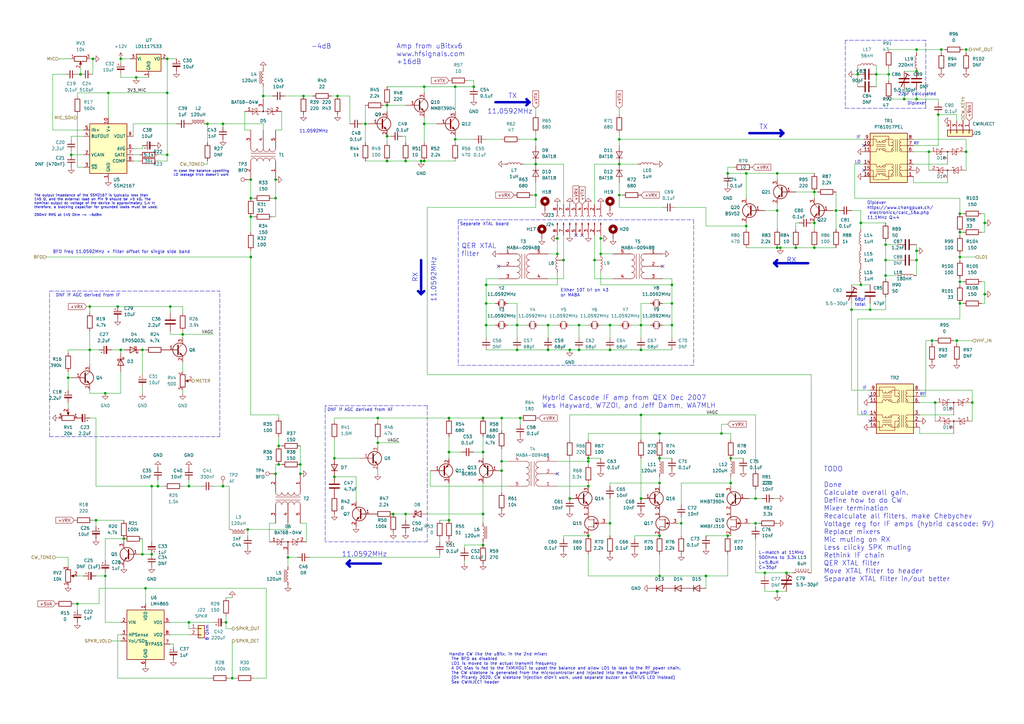
<source format=kicad_sch>
(kicad_sch (version 20211123) (generator eeschema)

  (uuid 0e592cd4-1950-44ef-9727-8e526f4c4e12)

  (paper "A3")

  (title_block
    (title "DART-70 TRX")
    (date "2023-02-02")
    (rev "0")
    (company "HB9EGM")
    (comment 1 "A 4m Band SSB/CW Transceiver")
    (comment 2 "Baseband")
  )

  

  (junction (at 68.58 24.13) (diameter 0) (color 0 0 0 0)
    (uuid 007433ed-6d80-48ba-9527-0a8470b6050a)
  )
  (junction (at 186.69 57.15) (diameter 0) (color 0 0 0 0)
    (uuid 0079a40d-5664-4eb5-a4a1-35e197c9e578)
  )
  (junction (at 172.72 66.04) (diameter 0) (color 0 0 0 0)
    (uuid 027f19f3-a3d5-4daa-a96e-c5d9a71c1df8)
  )
  (junction (at 158.75 55.88) (diameter 0) (color 0 0 0 0)
    (uuid 02d8bab6-e62a-43d8-ae0a-47eb8be52f66)
  )
  (junction (at 58.42 143.51) (diameter 0) (color 0 0 0 0)
    (uuid 059f4155-bed3-4fb2-9baa-d569f31b7e5d)
  )
  (junction (at 320.04 101.6) (diameter 0) (color 0 0 0 0)
    (uuid 076a6a07-11fa-4191-a538-035a47a6b026)
  )
  (junction (at 199.39 124.46) (diameter 0) (color 0 0 0 0)
    (uuid 08e3fbcd-b24c-43b5-a2a5-3ed606084464)
  )
  (junction (at 375.92 20.32) (diameter 0) (color 0 0 0 0)
    (uuid 0e0e432b-78ea-4677-9624-cfa175a66f05)
  )
  (junction (at 262.89 143.51) (diameter 0) (color 0 0 0 0)
    (uuid 0e565d2a-00bb-4f20-8e2e-0f824e8d2762)
  )
  (junction (at 356.87 127) (diameter 0) (color 0 0 0 0)
    (uuid 0e79f50c-6749-4775-a4f9-1113788b2e6b)
  )
  (junction (at 241.3 189.23) (diameter 0) (color 0 0 0 0)
    (uuid 0f8367d0-e4ea-40ae-8dac-4e16d60a532f)
  )
  (junction (at 298.45 71.12) (diameter 0) (color 0 0 0 0)
    (uuid 1012b60c-7995-4cf6-a029-e4cda1fc26a4)
  )
  (junction (at 39.37 213.36) (diameter 0) (color 0 0 0 0)
    (uuid 1761eacf-5516-4f80-af22-ca5c2f3d7629)
  )
  (junction (at 173.99 50.8) (diameter 0) (color 0 0 0 0)
    (uuid 17a2367e-a2ff-4b57-83ee-9ab25894ec97)
  )
  (junction (at 68.58 38.1) (diameter 0) (color 0 0 0 0)
    (uuid 18381db9-5d7f-4848-9a07-251ba865a202)
  )
  (junction (at 48.26 125.73) (diameter 0) (color 0 0 0 0)
    (uuid 1843d2c0-629c-44e7-8460-03ced60a2111)
  )
  (junction (at 334.01 101.6) (diameter 0) (color 0 0 0 0)
    (uuid 1938c685-27ac-44a9-aab4-2c6ed50b8ec7)
  )
  (junction (at 295.91 177.8) (diameter 0) (color 0 0 0 0)
    (uuid 1a164a1f-45a6-43b7-9b64-349463c23d37)
  )
  (junction (at 166.37 210.82) (diameter 0) (color 0 0 0 0)
    (uuid 1c038126-c738-4381-b698-5c33c4341ae8)
  )
  (junction (at 262.89 204.47) (diameter 0) (color 0 0 0 0)
    (uuid 1de51305-582b-4628-8092-75c3cf54eea0)
  )
  (junction (at 113.03 194.31) (diameter 0) (color 0 0 0 0)
    (uuid 1e5b8adc-bfe4-4d62-8fbb-b09ad198c5b6)
  )
  (junction (at 233.68 143.51) (diameter 0) (color 0 0 0 0)
    (uuid 210630ed-a720-499f-8ec9-3630627e1e05)
  )
  (junction (at 194.31 35.56) (diameter 0) (color 0 0 0 0)
    (uuid 222d63d3-68ff-4a04-b7c3-6efd5c4ab9e1)
  )
  (junction (at 381 62.23) (diameter 0) (color 0 0 0 0)
    (uuid 223b72c8-191b-4d26-8e73-2beb56cb0a2b)
  )
  (junction (at 298.45 219.71) (diameter 0) (color 0 0 0 0)
    (uuid 22f086a0-4e36-4832-8e1e-3bdb65f5c3f2)
  )
  (junction (at 212.09 143.51) (diameter 0) (color 0 0 0 0)
    (uuid 24fd922c-d488-4d61-b6dc-9d3e359ccc82)
  )
  (junction (at 299.72 187.96) (diameter 0) (color 0 0 0 0)
    (uuid 2583e10f-d237-4b6a-a35d-cff26f964496)
  )
  (junction (at 384.81 46.99) (diameter 0) (color 0 0 0 0)
    (uuid 2752e81c-fd78-4adc-8a3e-c2100d5bd7d7)
  )
  (junction (at 44.45 38.1) (diameter 0) (color 0 0 0 0)
    (uuid 2792ed93-89db-4e51-99ff-281323e776eb)
  )
  (junction (at 43.18 161.29) (diameter 0) (color 0 0 0 0)
    (uuid 2ac61f93-ebdb-4844-a9b1-76718596cd8a)
  )
  (junction (at 158.75 43.18) (diameter 0) (color 0 0 0 0)
    (uuid 2cd3680a-9e9d-4c97-9125-39c64a75e644)
  )
  (junction (at 270.51 198.12) (diameter 0) (color 0 0 0 0)
    (uuid 2d264e2f-7e31-4a17-86c5-13a68ab3ff7e)
  )
  (junction (at 363.22 106.68) (diameter 0) (color 0 0 0 0)
    (uuid 2fd14c3b-7e81-4330-b4b6-7d3b5d88fd5c)
  )
  (junction (at 393.7 115.57) (diameter 0) (color 0 0 0 0)
    (uuid 2fdc7923-56aa-4f0e-b559-e1b2e79c3c8f)
  )
  (junction (at 114.3 190.5) (diameter 0) (color 0 0 0 0)
    (uuid 30a877c2-a2d2-45b6-a8fa-8c4567fd5621)
  )
  (junction (at 382.27 139.7) (diameter 0) (color 0 0 0 0)
    (uuid 30dc039a-a902-4295-a2ea-7a00c6153126)
  )
  (junction (at 318.77 71.12) (diameter 0) (color 0 0 0 0)
    (uuid 315201dd-7991-408a-b65b-aa397fb29cdd)
  )
  (junction (at 38.1 24.13) (diameter 0) (color 0 0 0 0)
    (uuid 335263d3-7e35-4a9c-83c2-cd71d45f0688)
  )
  (junction (at 383.54 165.1) (diameter 0) (color 0 0 0 0)
    (uuid 3365c11b-b4a5-418d-85ee-41028926f18a)
  )
  (junction (at 351.79 30.48) (diameter 0) (color 0 0 0 0)
    (uuid 3b4c9779-bcad-4732-8142-8c3ab8d0419f)
  )
  (junction (at 173.99 35.56) (diameter 0) (color 0 0 0 0)
    (uuid 3bd6009a-f48b-4c66-92de-4d24549b4c7d)
  )
  (junction (at 161.29 210.82) (diameter 0) (color 0 0 0 0)
    (uuid 3bf0f30a-4c02-4011-9e56-5268cd9a18bc)
  )
  (junction (at 198.12 171.45) (diameter 0) (color 0 0 0 0)
    (uuid 3e9deac2-8e86-484c-b76a-a334d0715f66)
  )
  (junction (at 403.86 120.65) (diameter 0) (color 0 0 0 0)
    (uuid 3f6ba890-8616-4e68-b9d0-3d4eacc2e5c7)
  )
  (junction (at 375.92 106.68) (diameter 0) (color 0 0 0 0)
    (uuid 3fcecab3-b47b-4a8c-9fb9-b323af94bc6b)
  )
  (junction (at 173.99 66.04) (diameter 0) (color 0 0 0 0)
    (uuid 43c88063-044a-47b7-b010-f3fb76152eec)
  )
  (junction (at 375.92 102.87) (diameter 0) (color 0 0 0 0)
    (uuid 446196fa-4af3-4fe1-9348-f02489c61276)
  )
  (junction (at 199.39 133.35) (diameter 0) (color 0 0 0 0)
    (uuid 460147d8-e4b6-4910-88e9-07d1ddd6c2df)
  )
  (junction (at 219.71 57.15) (diameter 0) (color 0 0 0 0)
    (uuid 485f8372-6f58-431e-9419-bfc90ad67732)
  )
  (junction (at 364.49 30.48) (diameter 0) (color 0 0 0 0)
    (uuid 4b3ba67b-606d-4750-abb9-54a01fd7bc1a)
  )
  (junction (at 212.09 133.35) (diameter 0) (color 0 0 0 0)
    (uuid 4b982f8b-ca29-4ebf-88fc-8a50b24e0802)
  )
  (junction (at 359.41 30.48) (diameter 0) (color 0 0 0 0)
    (uuid 4bcbab50-174d-4a4b-8660-c13a99f4d953)
  )
  (junction (at 246.38 104.14) (diameter 0) (color 0 0 0 0)
    (uuid 4d4b296b-354c-4f54-8b98-a9fec52fa110)
  )
  (junction (at 375.92 29.21) (diameter 0) (color 0 0 0 0)
    (uuid 4dbafe87-53e2-4b1b-b9d1-f029995a0c51)
  )
  (junction (at 91.44 50.8) (diameter 0) (color 0 0 0 0)
    (uuid 4f100da6-d6f9-4b77-90f1-fda986c2ed73)
  )
  (junction (at 113.03 81.28) (diameter 0) (color 0 0 0 0)
    (uuid 4f661a6f-98d8-4461-9401-113364b1e3a8)
  )
  (junction (at 184.15 213.36) (diameter 0) (color 0 0 0 0)
    (uuid 510aabe6-d19e-45d2-9ee4-74f6d2e6df89)
  )
  (junction (at 393.7 87.63) (diameter 0) (color 0 0 0 0)
    (uuid 56e3e10b-0165-4e27-9816-f40b5bb7e426)
  )
  (junction (at 275.59 133.35) (diameter 0) (color 0 0 0 0)
    (uuid 5c4341e3-29f4-4014-ad6b-9b4cb50156a6)
  )
  (junction (at 246.38 97.79) (diameter 0) (color 0 0 0 0)
    (uuid 5d58706a-c013-405c-9112-847886006796)
  )
  (junction (at 262.89 133.35) (diameter 0) (color 0 0 0 0)
    (uuid 5dbda758-e74b-4ccf-ad68-495d537d68ba)
  )
  (junction (at 275.59 124.46) (diameter 0) (color 0 0 0 0)
    (uuid 5fc44bfc-3a32-42f5-89ff-303d655beeb1)
  )
  (junction (at 198.12 223.52) (diameter 0) (color 0 0 0 0)
    (uuid 611c0051-64b3-4ff6-b51a-6ea814324060)
  )
  (junction (at 69.85 125.73) (diameter 0) (color 0 0 0 0)
    (uuid 62ed984b-c070-4de1-bd86-30aeb09fb9cd)
  )
  (junction (at 326.39 101.6) (diameter 0) (color 0 0 0 0)
    (uuid 6333a58f-0905-40bf-8806-a9405483f292)
  )
  (junction (at 138.43 39.37) (diameter 0) (color 0 0 0 0)
    (uuid 67d87795-1d4f-4f21-9afa-f7da30e8b867)
  )
  (junction (at 342.9 86.36) (diameter 0) (color 0 0 0 0)
    (uuid 6bdd7ca9-a767-4e33-bf37-498b319fce63)
  )
  (junction (at 102.87 88.9) (diameter 0) (color 0 0 0 0)
    (uuid 6e61ed05-4ce2-4d6e-b300-e8935e213361)
  )
  (junction (at 62.23 227.33) (diameter 0) (color 0 0 0 0)
    (uuid 707b1436-6255-4e74-ac3c-e365f258d4c7)
  )
  (junction (at 270.51 236.22) (diameter 0) (color 0 0 0 0)
    (uuid 711716b4-cb3c-40a8-915f-7a9cd1c1a345)
  )
  (junction (at 306.07 92.71) (diameter 0) (color 0 0 0 0)
    (uuid 71548298-edf3-48ed-bda9-4f920bb3ffda)
  )
  (junction (at 334.01 91.44) (diameter 0) (color 0 0 0 0)
    (uuid 7203aae8-7ab5-4754-be1f-92fd79bf7883)
  )
  (junction (at 228.6 104.14) (diameter 0) (color 0 0 0 0)
    (uuid 7292e3c7-8290-4fad-a17c-92a17c78ac6c)
  )
  (junction (at 254 57.15) (diameter 0) (color 0 0 0 0)
    (uuid 782fd8fa-9fb0-44b6-bdfd-23367a676327)
  )
  (junction (at 299.72 198.12) (diameter 0) (color 0 0 0 0)
    (uuid 79aa4561-3272-488a-aacc-d24a783bf3fa)
  )
  (junction (at 393.7 105.41) (diameter 0) (color 0 0 0 0)
    (uuid 88658da7-484b-4fb1-bd87-cf0fe9fbbc98)
  )
  (junction (at 318.77 86.36) (diameter 0) (color 0 0 0 0)
    (uuid 897a30bd-82ab-4191-9e1c-88c95eb420c0)
  )
  (junction (at 205.74 171.45) (diameter 0) (color 0 0 0 0)
    (uuid 89924c9d-894c-4783-bb98-91fe4fffc426)
  )
  (junction (at 363.22 100.33) (diameter 0) (color 0 0 0 0)
    (uuid 89a0992d-b4b4-4a98-9018-0c3e3ac7c4ed)
  )
  (junction (at 403.86 91.44) (diameter 0) (color 0 0 0 0)
    (uuid 8a030abd-885a-4b15-b74a-b44dc2b6c7d7)
  )
  (junction (at 334.01 78.74) (diameter 0) (color 0 0 0 0)
    (uuid 8cad30c6-cd21-4b04-8aa8-5dfd9876668a)
  )
  (junction (at 370.84 40.64) (diameter 0) (color 0 0 0 0)
    (uuid 8d45f61e-b48a-4d9a-9705-81179d1cee29)
  )
  (junction (at 92.71 255.27) (diameter 0) (color 0 0 0 0)
    (uuid 8d612602-5cc8-45dd-a943-2a29be4b9ede)
  )
  (junction (at 102.87 81.28) (diameter 0) (color 0 0 0 0)
    (uuid 8edc9989-feda-4190-96e8-8ba0ca953891)
  )
  (junction (at 43.18 236.22) (diameter 0) (color 0 0 0 0)
    (uuid 8f57152a-781e-4e8e-b36c-e81f9a864e3b)
  )
  (junction (at 49.53 24.13) (diameter 0) (color 0 0 0 0)
    (uuid 8fd35ceb-d608-4169-ae56-e892681304a9)
  )
  (junction (at 250.19 214.63) (diameter 0) (color 0 0 0 0)
    (uuid 91049a94-ccf8-463e-ab05-8a76a56be653)
  )
  (junction (at 309.88 214.63) (diameter 0) (color 0 0 0 0)
    (uuid 9134413a-edf3-40ce-9ec2-93a536746842)
  )
  (junction (at 318.77 242.57) (diameter 0) (color 0 0 0 0)
    (uuid 92b5166e-7b6a-4c31-94b5-b9d3f56f30b6)
  )
  (junction (at 205.74 189.23) (diameter 0) (color 0 0 0 0)
    (uuid 94a7e072-a853-4895-a974-0e863ac9edc2)
  )
  (junction (at 113.03 73.66) (diameter 0) (color 0 0 0 0)
    (uuid 9501ad82-8c5c-4bd6-a4e5-d738b7099508)
  )
  (junction (at 224.79 133.35) (diameter 0) (color 0 0 0 0)
    (uuid 9666bb6a-0c1d-4c92-be6d-94a465ec5c51)
  )
  (junction (at 64.77 199.39) (diameter 0) (color 0 0 0 0)
    (uuid 97e09b83-0572-4634-8ce7-0a86f1339fd8)
  )
  (junction (at 107.95 39.37) (diameter 0) (color 0 0 0 0)
    (uuid 983034d1-18ea-4dac-8753-9630cc5e0592)
  )
  (junction (at 386.08 20.32) (diameter 0) (color 0 0 0 0)
    (uuid 9873db56-1f37-4fe2-98ad-60e4c87af40c)
  )
  (junction (at 275.59 116.84) (diameter 0) (color 0 0 0 0)
    (uuid 9918dbb5-067b-4f72-a60f-e99dd790b7bf)
  )
  (junction (at 270.51 177.8) (diameter 0) (color 0 0 0 0)
    (uuid 994aaeb0-a945-4297-8f22-64b15ec2470b)
  )
  (junction (at 254 80.01) (diameter 0) (color 0 0 0 0)
    (uuid 99c68e22-79ac-4df3-82ed-69d5274feb54)
  )
  (junction (at 363.22 113.03) (diameter 0) (color 0 0 0 0)
    (uuid 9a438e91-12f1-4003-9587-51635f0ae695)
  )
  (junction (at 219.71 80.01) (diameter 0) (color 0 0 0 0)
    (uuid 9cae7022-94ae-4784-b773-30ffde5822a7)
  )
  (junction (at 102.87 73.66) (diameter 0) (color 0 0 0 0)
    (uuid 9d0f1857-3b05-4e01-b461-94289f64ce4a)
  )
  (junction (at 123.19 194.31) (diameter 0) (color 0 0 0 0)
    (uuid 9d1032f1-04b7-4a45-a406-c5f306a5a4a3)
  )
  (junction (at 393.7 95.25) (diameter 0) (color 0 0 0 0)
    (uuid a4615cb6-40e1-4e6b-aa44-484a7357f4a4)
  )
  (junction (at 198.12 185.42) (diameter 0) (color 0 0 0 0)
    (uuid a4ec02e9-e140-4dcc-958f-47f7624526cb)
  )
  (junction (at 36.83 125.73) (diameter 0) (color 0 0 0 0)
    (uuid a65cad0c-0ef1-4ea5-a965-4eae7ac1f6af)
  )
  (junction (at 231.14 106.68) (diameter 0) (color 0 0 0 0)
    (uuid a662cdd6-a57e-4364-b8b3-c025c426c5be)
  )
  (junction (at 31.75 247.65) (diameter 0) (color 0 0 0 0)
    (uuid a69f72c8-ce0f-4293-bf44-c6832495c836)
  )
  (junction (at 77.47 199.39) (diameter 0) (color 0 0 0 0)
    (uuid a7cad282-51c3-4f24-be5e-311c2c5e959b)
  )
  (junction (at 137.16 195.58) (diameter 0) (color 0 0 0 0)
    (uuid a8675aa5-24f4-4a65-9564-259800e24a61)
  )
  (junction (at 228.6 97.79) (diameter 0) (color 0 0 0 0)
    (uuid aa537d78-628c-458e-8a08-c2dae82aca82)
  )
  (junction (at 318.77 101.6) (diameter 0) (color 0 0 0 0)
    (uuid aad5fe2f-2964-4c2f-90b5-8ec10e02fb70)
  )
  (junction (at 158.75 66.04) (diameter 0) (color 0 0 0 0)
    (uuid ab5a5163-9113-4726-bc7a-7e25f5bcb137)
  )
  (junction (at 27.94 154.94) (diameter 0) (color 0 0 0 0)
    (uuid ac0e5582-f44c-4bc2-8ae7-2c3f1115fb00)
  )
  (junction (at 33.02 30.48) (diameter 0) (color 0 0 0 0)
    (uuid ad2d033c-4040-4813-b5da-82cf827f9d86)
  )
  (junction (at 237.49 133.35) (diameter 0) (color 0 0 0 0)
    (uuid ad485fa9-ca4c-467a-b6d9-302ae2ec4eaa)
  )
  (junction (at 91.44 199.39) (diameter 0) (color 0 0 0 0)
    (uuid ae4c18cc-90ed-4d31-b27a-ee22bf49a14e)
  )
  (junction (at 237.49 143.51) (diameter 0) (color 0 0 0 0)
    (uuid aed41e50-066a-4d5d-9b35-33c86a58f817)
  )
  (junction (at 309.88 204.47) (diameter 0) (color 0 0 0 0)
    (uuid b046cbfe-7bd9-4ac8-9c60-a84b90a07076)
  )
  (junction (at 198.12 210.82) (diameter 0) (color 0 0 0 0)
    (uuid b0bd599f-5320-4de4-9844-b1248597f45d)
  )
  (junction (at 59.69 241.3) (diameter 0) (color 0 0 0 0)
    (uuid b2c93e47-1b35-4bce-b217-c95c59af9fea)
  )
  (junction (at 102.87 105.41) (diameter 0) (color 0 0 0 0)
    (uuid b2fc5a98-a9c8-4ffb-bf05-9a95788a6f6e)
  )
  (junction (at 199.39 116.84) (diameter 0) (color 0 0 0 0)
    (uuid b3ba518e-938d-434b-8f72-5ecf3fd42313)
  )
  (junction (at 154.94 181.61) (diameter 0) (color 0 0 0 0)
    (uuid b52e2ac1-1ad4-4299-a3b7-5950aeda9b09)
  )
  (junction (at 219.71 67.31) (diameter 0) (color 0 0 0 0)
    (uuid b55942a4-2e67-4c91-a2e2-17d287af1b39)
  )
  (junction (at 58.42 227.33) (diameter 0) (color 0 0 0 0)
    (uuid b67c5032-3958-4f67-8cff-2bc749aa2559)
  )
  (junction (at 68.58 63.5) (diameter 0) (color 0 0 0 0)
    (uuid b6a3e709-356a-4a55-ac00-07ba73afac37)
  )
  (junction (at 313.69 234.95) (diameter 0) (color 0 0 0 0)
    (uuid b7b0b83f-2dad-41a6-8e3b-dd0617021680)
  )
  (junction (at 233.68 204.47) (diameter 0) (color 0 0 0 0)
    (uuid bb8fc86a-138e-468d-a6f3-4d425bea2798)
  )
  (junction (at 241.3 199.39) (diameter 0) (color 0 0 0 0)
    (uuid bcb7b50e-e30b-4748-9ad3-15fd19268fd8)
  )
  (junction (at 270.51 187.96) (diameter 0) (color 0 0 0 0)
    (uuid bdd38f4a-d1f5-49ea-86a0-7074369f7406)
  )
  (junction (at 101.6 217.17) (diameter 0) (color 0 0 0 0)
    (uuid bf1cf86a-4cef-455a-b67c-093dbb9970e5)
  )
  (junction (at 95.25 278.13) (diameter 0) (color 0 0 0 0)
    (uuid bff74fb8-2e53-4140-9d30-8bb9b336dda4)
  )
  (junction (at 50.8 220.98) (diameter 0) (color 0 0 0 0)
    (uuid c07980be-125c-4459-be81-f2b8371f5ae2)
  )
  (junction (at 205.74 193.04) (diameter 0) (color 0 0 0 0)
    (uuid c41a688f-80a3-4252-bb37-134631846db3)
  )
  (junction (at 250.19 143.51) (diameter 0) (color 0 0 0 0)
    (uuid c8816f2b-d043-4f02-8988-815e5e7435ee)
  )
  (junction (at 118.11 228.6) (diameter 0) (color 0 0 0 0)
    (uuid c8c4fbfe-4e9c-445d-882a-7f1bac80adc8)
  )
  (junction (at 250.19 133.35) (diameter 0) (color 0 0 0 0)
    (uuid ca2ddb3d-eff7-4148-ac57-d5c14ba8be31)
  )
  (junction (at 55.88 31.75) (diameter 0) (color 0 0 0 0)
    (uuid ca3e4813-ee52-41fc-be54-f33d5d572e76)
  )
  (junction (at 393.7 124.46) (diameter 0) (color 0 0 0 0)
    (uuid ca5a4e59-a0d9-41f3-a4f9-8e9003dc636c)
  )
  (junction (at 241.3 187.96) (diameter 0) (color 0 0 0 0)
    (uuid cf4a7a0f-4b62-4a14-8810-1f9be9bb8bca)
  )
  (junction (at 375.92 40.64) (diameter 0) (color 0 0 0 0)
    (uuid cfd26f0b-c959-40e8-8a7e-48204bb5c64f)
  )
  (junction (at 224.79 143.51) (diameter 0) (color 0 0 0 0)
    (uuid d3e01bdf-5c14-407f-80a1-1d934fc04fab)
  )
  (junction (at 149.86 50.8) (diameter 0) (color 0 0 0 0)
    (uuid d46cfddd-ae59-45a8-a05e-501b77d91351)
  )
  (junction (at 124.46 39.37) (diameter 0) (color 0 0 0 0)
    (uuid d47b6e93-2883-4b61-9107-b49e482eb126)
  )
  (junction (at 270.51 219.71) (diameter 0) (color 0 0 0 0)
    (uuid d5fa5081-044e-4305-8f5d-d2a56bf86d29)
  )
  (junction (at 77.47 255.27) (diameter 0) (color 0 0 0 0)
    (uuid d6fda246-3399-48cd-8a06-99bbdf8c75e4)
  )
  (junction (at 241.3 219.71) (diameter 0) (color 0 0 0 0)
    (uuid d703d54e-2823-4563-98c8-59d8b8b54fec)
  )
  (junction (at 166.37 66.04) (diameter 0) (color 0 0 0 0)
    (uuid d774c163-0e71-4e59-99e8-33a6c910c00d)
  )
  (junction (at 62.23 199.39) (diameter 0) (color 0 0 0 0)
    (uuid d7d4c350-2318-4a09-b921-0a78963f6666)
  )
  (junction (at 254 67.31) (diameter 0) (color 0 0 0 0)
    (uuid d964cb21-9482-4b14-9981-964030a476a5)
  )
  (junction (at 396.24 62.23) (diameter 0) (color 0 0 0 0)
    (uuid daa9b5c5-21a2-4482-b81a-69bb9f749fb7)
  )
  (junction (at 186.69 35.56) (diameter 0) (color 0 0 0 0)
    (uuid dcdfeb28-863e-4a43-ad64-f6e45863b4d7)
  )
  (junction (at 213.36 171.45) (diameter 0) (color 0 0 0 0)
    (uuid ddaaa428-40ee-45ee-a789-6961e25a11bb)
  )
  (junction (at 392.43 139.7) (diameter 0) (color 0 0 0 0)
    (uuid de1eb50d-ef90-4d0d-a112-fc865a422b99)
  )
  (junction (at 289.56 236.22) (diameter 0) (color 0 0 0 0)
    (uuid df231e82-dc0c-49c1-a01b-d2be84591ff3)
  )
  (junction (at 322.58 234.95) (diameter 0) (color 0 0 0 0)
    (uuid e15f6002-d342-413a-a773-225c5f4cfb04)
  )
  (junction (at 396.24 20.32) (diameter 0) (color 0 0 0 0)
    (uuid e2d27bd1-d4c5-4321-a13b-160cb2d6015d)
  )
  (junction (at 49.53 143.51) (diameter 0) (color 0 0 0 0)
    (uuid e3903eeb-8b72-4b40-a088-cbbba270c01b)
  )
  (junction (at 184.15 171.45) (diameter 0) (color 0 0 0 0)
    (uuid e68e2295-e5ad-41e7-931d-7bf2c40e2981)
  )
  (junction (at 279.4 214.63) (diameter 0) (color 0 0 0 0)
    (uuid e736b041-4756-4726-980f-1b93cf00a2ad)
  )
  (junction (at 243.84 106.68) (diameter 0) (color 0 0 0 0)
    (uuid e7eee956-d2ad-4d33-9823-9759f9a8aab1)
  )
  (junction (at 74.93 137.16) (diameter 0) (color 0 0 0 0)
    (uuid e8558fbd-ea42-43a6-966a-7bd304bdfaad)
  )
  (junction (at 353.06 91.44) (diameter 0) (color 0 0 0 0)
    (uuid e8822f44-e7ca-47f3-a9bc-951244c889e7)
  )
  (junction (at 36.83 143.51) (diameter 0) (color 0 0 0 0)
    (uuid eac540a2-0555-4530-b9cb-9b037a65c0a7)
  )
  (junction (at 114.3 182.88) (diameter 0) (color 0 0 0 0)
    (uuid eb3c65f0-3082-4c13-98c1-cac8dc7eccac)
  )
  (junction (at 137.16 187.96) (diameter 0) (color 0 0 0 0)
    (uuid ecba702e-9fb5-4bd7-9b08-5197492ec54b)
  )
  (junction (at 349.25 127) (diameter 0) (color 0 0 0 0)
    (uuid ef4c798c-4721-49f1-8016-e362a6672715)
  )
  (junction (at 398.78 165.1) (diameter 0) (color 0 0 0 0)
    (uuid efac21da-3f93-4ae4-bab8-dbdec293c35e)
  )
  (junction (at 306.07 71.12) (diameter 0) (color 0 0 0 0)
    (uuid f02e930f-fe1a-4921-a9df-ee330f41d2bd)
  )
  (junction (at 154.94 171.45) (diameter 0) (color 0 0 0 0)
    (uuid f1a9e2a2-6347-4852-b335-cf8402c433a4)
  )
  (junction (at 353.06 116.84) (diameter 0) (color 0 0 0 0)
    (uuid f22dadd7-4a1b-4449-b981-cbbeced9fbc5)
  )
  (junction (at 85.09 50.8) (diameter 0) (color 0 0 0 0)
    (uuid f9362574-7797-4e6e-9765-e515232ee831)
  )
  (junction (at 184.15 185.42) (diameter 0) (color 0 0 0 0)
    (uuid fb5d1a59-18d1-49ea-b504-10e76cce8897)
  )
  (junction (at 123.19 190.5) (diameter 0) (color 0 0 0 0)
    (uuid fbe71f6a-7e5a-41f1-9e6e-b2e94d49a3bc)
  )
  (junction (at 29.21 63.5) (diameter 0) (color 0 0 0 0)
    (uuid fe2b05f5-675b-44d0-956c-c5829b7c692a)
  )
  (junction (at 262.89 170.18) (diameter 0) (color 0 0 0 0)
    (uuid fe2ce942-d4c5-4b3f-a09e-cda9276450f6)
  )

  (no_connect (at 356.87 172.72) (uuid 112718f1-f222-4c50-a4f0-a42dabd066b7))
  (no_connect (at 236.22 96.52) (uuid 2b99a1e6-5f67-436f-9ed5-38e8bfd4c142))
  (no_connect (at 354.33 69.85) (uuid 36cd8509-4b06-4001-aa2f-00b548cb4477))
  (no_connect (at 204.47 109.22) (uuid 4866aeb4-d287-46eb-8d15-c55d9c708490))
  (no_connect (at 354.33 59.69) (uuid 6226f2ac-b9bf-4733-a388-cd49aa6934ae))
  (no_connect (at 356.87 162.56) (uuid 69a2fbd1-0689-4722-b099-d7d4b3a2c805))
  (no_connect (at 271.78 109.22) (uuid 8a4c8ee9-530e-4698-8694-1dcab411e819))
  (no_connect (at 228.6 194.31) (uuid afdb3662-3196-4d9d-b0e8-7f416bb5cd4f))
  (no_connect (at 238.76 96.52) (uuid ee08a6c2-528a-478b-9089-08fe9a37ec7e))

  (wire (pts (xy 403.86 87.63) (xy 403.86 91.44))
    (stroke (width 0) (type default) (color 0 0 0 0))
    (uuid 006436ec-9ab2-4589-83be-4667e52db3bf)
  )
  (wire (pts (xy 205.74 171.45) (xy 205.74 176.53))
    (stroke (width 0) (type default) (color 0 0 0 0))
    (uuid 00c27d59-c437-4bee-9cde-cbd48a34e31b)
  )
  (wire (pts (xy 318.77 83.82) (xy 318.77 86.36))
    (stroke (width 0) (type default) (color 0 0 0 0))
    (uuid 00cf6024-5820-4cff-8981-5be2b438caf3)
  )
  (wire (pts (xy 87.63 199.39) (xy 91.44 199.39))
    (stroke (width 0) (type default) (color 0 0 0 0))
    (uuid 0113fe75-9787-49bd-865f-03242ce2a366)
  )
  (wire (pts (xy 219.71 57.15) (xy 219.71 54.61))
    (stroke (width 0) (type default) (color 0 0 0 0))
    (uuid 0125f083-fa2b-4a11-85be-7853b609b001)
  )
  (wire (pts (xy 359.41 30.48) (xy 359.41 35.56))
    (stroke (width 0) (type default) (color 0 0 0 0))
    (uuid 01c67c04-8ed4-481b-b382-ac69e0a55001)
  )
  (wire (pts (xy 68.58 66.04) (xy 64.77 66.04))
    (stroke (width 0) (type default) (color 0 0 0 0))
    (uuid 01caafb3-af8a-4642-870c-c290b286d040)
  )
  (wire (pts (xy 219.71 74.93) (xy 219.71 80.01))
    (stroke (width 0) (type default) (color 0 0 0 0))
    (uuid 01cceb30-c85f-4510-b324-8d17341fc730)
  )
  (wire (pts (xy 166.37 43.18) (xy 158.75 43.18))
    (stroke (width 0) (type default) (color 0 0 0 0))
    (uuid 01f0181c-303d-46c7-ba34-20eee1c48cd1)
  )
  (wire (pts (xy 173.99 50.8) (xy 179.07 50.8))
    (stroke (width 0) (type default) (color 0 0 0 0))
    (uuid 0222c276-ce98-44cf-9ac7-d0d00163570d)
  )
  (wire (pts (xy 190.5 231.14) (xy 190.5 229.87))
    (stroke (width 0) (type default) (color 0 0 0 0))
    (uuid 027fc545-8a42-4646-8424-467711418116)
  )
  (wire (pts (xy 114.3 170.18) (xy 114.3 171.45))
    (stroke (width 0) (type default) (color 0 0 0 0))
    (uuid 0332aa97-cadc-4e7a-b8af-ca59e255597d)
  )
  (wire (pts (xy 173.99 66.04) (xy 186.69 66.04))
    (stroke (width 0) (type default) (color 0 0 0 0))
    (uuid 035d062f-f875-4853-8ca1-a348c3967bb1)
  )
  (wire (pts (xy 113.03 214.63) (xy 110.49 214.63))
    (stroke (width 0) (type default) (color 0 0 0 0))
    (uuid 03b7756f-0559-43eb-b24d-3aefa5a15899)
  )
  (wire (pts (xy 394.97 20.32) (xy 396.24 20.32))
    (stroke (width 0) (type default) (color 0 0 0 0))
    (uuid 03ce6745-00b2-4d2b-bad7-eb9745172859)
  )
  (wire (pts (xy 166.37 210.82) (xy 161.29 210.82))
    (stroke (width 0) (type default) (color 0 0 0 0))
    (uuid 03dd13e2-d89f-47ed-8a2f-ce75e7a97ef3)
  )
  (wire (pts (xy 262.89 133.35) (xy 266.7 133.35))
    (stroke (width 0) (type default) (color 0 0 0 0))
    (uuid 042fe62b-53aa-4e86-97d0-9ccb1e16a895)
  )
  (wire (pts (xy 379.73 139.7) (xy 382.27 139.7))
    (stroke (width 0) (type default) (color 0 0 0 0))
    (uuid 0437af13-5b81-4e18-82d5-0ec28c5d895f)
  )
  (wire (pts (xy 374.65 74.93) (xy 374.65 72.39))
    (stroke (width 0) (type default) (color 0 0 0 0))
    (uuid 047a18ce-9e77-4d7d-a9ce-60b21f671177)
  )
  (wire (pts (xy 31.75 68.58) (xy 34.29 68.58))
    (stroke (width 0) (type default) (color 0 0 0 0))
    (uuid 04868f85-bc69-4fa9-8e62-d78ffe5ae58e)
  )
  (wire (pts (xy 396.24 20.32) (xy 397.51 20.32))
    (stroke (width 0) (type default) (color 0 0 0 0))
    (uuid 04ef368b-f4e9-48da-956c-ee93cb3d01e8)
  )
  (wire (pts (xy 363.22 106.68) (xy 363.22 113.03))
    (stroke (width 0) (type default) (color 0 0 0 0))
    (uuid 05ddadd4-94df-4d6a-b500-ff320675ba33)
  )
  (wire (pts (xy 241.3 227.33) (xy 241.3 236.22))
    (stroke (width 0) (type default) (color 0 0 0 0))
    (uuid 066671d9-1fdf-4a05-a7e7-cadb7d44b89f)
  )
  (wire (pts (xy 356.87 124.46) (xy 356.87 127))
    (stroke (width 0) (type default) (color 0 0 0 0))
    (uuid 06fedb5b-65dd-4aa0-9e2d-b04e5a505f26)
  )
  (wire (pts (xy 208.28 124.46) (xy 212.09 124.46))
    (stroke (width 0) (type default) (color 0 0 0 0))
    (uuid 082d865b-0a4e-49c3-b18b-be47fd4a465a)
  )
  (wire (pts (xy 382.27 139.7) (xy 383.54 139.7))
    (stroke (width 0) (type default) (color 0 0 0 0))
    (uuid 0830aef1-c986-42f8-ba6a-a3fcacbf0210)
  )
  (wire (pts (xy 309.88 234.95) (xy 309.88 220.98))
    (stroke (width 0) (type default) (color 0 0 0 0))
    (uuid 08c8f1b4-737d-438b-967e-a77cce3833c0)
  )
  (wire (pts (xy 58.42 143.51) (xy 58.42 153.67))
    (stroke (width 0) (type default) (color 0 0 0 0))
    (uuid 09321bf4-1ea1-49b5-b1f9-ac29d6606a74)
  )
  (wire (pts (xy 173.99 35.56) (xy 186.69 35.56))
    (stroke (width 0) (type default) (color 0 0 0 0))
    (uuid 0943dfff-08fd-4176-a97a-8e271f47b148)
  )
  (wire (pts (xy 393.7 105.41) (xy 393.7 104.14))
    (stroke (width 0) (type default) (color 0 0 0 0))
    (uuid 09aa0d32-f4dc-42fd-a756-e1229737bd34)
  )
  (wire (pts (xy 289.56 236.22) (xy 289.56 241.3))
    (stroke (width 0) (type default) (color 0 0 0 0))
    (uuid 0a0c053c-54e0-4f14-b909-036d0c5fbf08)
  )
  (wire (pts (xy 158.75 43.18) (xy 158.75 45.72))
    (stroke (width 0) (type default) (color 0 0 0 0))
    (uuid 0a80373e-7854-41a7-8441-30fd81967887)
  )
  (wire (pts (xy 254 74.93) (xy 254 80.01))
    (stroke (width 0) (type default) (color 0 0 0 0))
    (uuid 0a9f993d-d83a-4cdc-bae3-0f40dd545220)
  )
  (wire (pts (xy 279.4 198.12) (xy 299.72 198.12))
    (stroke (width 0) (type default) (color 0 0 0 0))
    (uuid 0b5e9f79-a50b-4078-b2be-eff1d45ab7fc)
  )
  (wire (pts (xy 219.71 80.01) (xy 219.71 85.09))
    (stroke (width 0) (type default) (color 0 0 0 0))
    (uuid 0c3bb475-57a3-4465-801b-1823c9a733cc)
  )
  (wire (pts (xy 309.88 234.95) (xy 313.69 234.95))
    (stroke (width 0) (type default) (color 0 0 0 0))
    (uuid 0dc79dd3-c584-4173-b914-e6a8bcd18e45)
  )
  (wire (pts (xy 36.83 135.89) (xy 36.83 143.51))
    (stroke (width 0) (type default) (color 0 0 0 0))
    (uuid 0e1c6bbc-4cc4-4ce9-b48a-8292bb286da8)
  )
  (wire (pts (xy 246.38 97.79) (xy 246.38 96.52))
    (stroke (width 0) (type default) (color 0 0 0 0))
    (uuid 0f4b5c7f-79aa-4c46-b222-58e7e288b195)
  )
  (wire (pts (xy 33.02 27.94) (xy 33.02 30.48))
    (stroke (width 0) (type default) (color 0 0 0 0))
    (uuid 100847e3-630c-4c13-ba45-180e92370805)
  )
  (wire (pts (xy 318.77 71.12) (xy 318.77 73.66))
    (stroke (width 0) (type default) (color 0 0 0 0))
    (uuid 10ef0d40-b427-4fac-bff7-e8ca2d279fd2)
  )
  (wire (pts (xy 166.37 66.04) (xy 172.72 66.04))
    (stroke (width 0) (type default) (color 0 0 0 0))
    (uuid 11ac1ac8-72b6-43ed-915e-50f87561daf8)
  )
  (wire (pts (xy 107.95 50.8) (xy 91.44 50.8))
    (stroke (width 0) (type default) (color 0 0 0 0))
    (uuid 12340fb8-cd9c-4069-beec-13d4d2ea0d99)
  )
  (polyline (pts (xy 307.34 54.61) (xy 321.31 54.61))
    (stroke (width 1) (type solid) (color 0 0 0 0))
    (uuid 1281d63b-9c8c-4454-9b2d-0bbbc27e2ae7)
  )

  (wire (pts (xy 44.45 38.1) (xy 68.58 38.1))
    (stroke (width 0) (type default) (color 0 0 0 0))
    (uuid 12e17856-cd8c-41a8-bb2e-9faca10b0973)
  )
  (wire (pts (xy 393.7 130.81) (xy 351.79 130.81))
    (stroke (width 0) (type default) (color 0 0 0 0))
    (uuid 15352954-5a6d-4167-94e3-a8475b279783)
  )
  (wire (pts (xy 43.18 234.95) (xy 43.18 236.22))
    (stroke (width 0) (type default) (color 0 0 0 0))
    (uuid 15e1025c-faeb-49ff-aaa3-6ba9acaabd98)
  )
  (wire (pts (xy 137.16 172.72) (xy 137.16 171.45))
    (stroke (width 0) (type default) (color 0 0 0 0))
    (uuid 1606d99f-0508-4f2e-b63b-47e62c4312ee)
  )
  (wire (pts (xy 386.08 21.59) (xy 386.08 20.32))
    (stroke (width 0) (type default) (color 0 0 0 0))
    (uuid 16070e3c-2cc9-4d09-bef3-8ceccb63947e)
  )
  (wire (pts (xy 36.83 125.73) (xy 36.83 128.27))
    (stroke (width 0) (type default) (color 0 0 0 0))
    (uuid 16aa2316-1a67-45e5-b6c4-e59dd85814f4)
  )
  (wire (pts (xy 334.01 71.12) (xy 318.77 71.12))
    (stroke (width 0) (type default) (color 0 0 0 0))
    (uuid 16b8184d-4364-4664-b33c-1e355c0b0e6c)
  )
  (wire (pts (xy 298.45 68.58) (xy 298.45 71.12))
    (stroke (width 0) (type default) (color 0 0 0 0))
    (uuid 171c47c2-e63c-45a5-b02c-078b78214786)
  )
  (wire (pts (xy 115.57 182.88) (xy 114.3 182.88))
    (stroke (width 0) (type default) (color 0 0 0 0))
    (uuid 17c93850-5ebd-4f0d-b8eb-52bf14b01af4)
  )
  (wire (pts (xy 186.69 35.56) (xy 194.31 35.56))
    (stroke (width 0) (type default) (color 0 0 0 0))
    (uuid 18723066-b973-43bf-8bbf-4c210121a928)
  )
  (wire (pts (xy 334.01 78.74) (xy 334.01 81.28))
    (stroke (width 0) (type default) (color 0 0 0 0))
    (uuid 189610aa-2967-4418-8b8b-b36bdf6bc60b)
  )
  (wire (pts (xy 375.92 100.33) (xy 375.92 102.87))
    (stroke (width 0) (type default) (color 0 0 0 0))
    (uuid 19028db1-670b-4d84-9d20-5aa2f8585dd7)
  )
  (wire (pts (xy 342.9 101.6) (xy 334.01 101.6))
    (stroke (width 0) (type default) (color 0 0 0 0))
    (uuid 1966977a-39df-4890-91de-0e8ae767b0a0)
  )
  (wire (pts (xy 186.69 57.15) (xy 194.31 57.15))
    (stroke (width 0) (type default) (color 0 0 0 0))
    (uuid 19a56892-f9d5-4508-ab75-59721c555275)
  )
  (wire (pts (xy 313.69 242.57) (xy 313.69 241.3))
    (stroke (width 0) (type default) (color 0 0 0 0))
    (uuid 1a255025-6cad-4a3e-8763-c9c3ba585d53)
  )
  (wire (pts (xy 326.39 101.6) (xy 320.04 101.6))
    (stroke (width 0) (type default) (color 0 0 0 0))
    (uuid 1a86e987-6d08-4b7a-b2e3-f89b9863e895)
  )
  (wire (pts (xy 146.05 195.58) (xy 146.05 205.74))
    (stroke (width 0) (type default) (color 0 0 0 0))
    (uuid 1a9613ab-fb34-4a02-8365-aadaa421dfaf)
  )
  (wire (pts (xy 27.94 143.51) (xy 36.83 143.51))
    (stroke (width 0) (type default) (color 0 0 0 0))
    (uuid 1a9f0d73-6986-450b-8da5-dca8d718cd0d)
  )
  (wire (pts (xy 375.92 20.32) (xy 386.08 20.32))
    (stroke (width 0) (type default) (color 0 0 0 0))
    (uuid 1b89864d-e042-4259-99ab-c96136a33a11)
  )
  (wire (pts (xy 350.52 67.31) (xy 350.52 81.28))
    (stroke (width 0) (type default) (color 0 0 0 0))
    (uuid 1c0378fb-8fa4-4942-8a64-86b9252ef636)
  )
  (wire (pts (xy 262.89 143.51) (xy 275.59 143.51))
    (stroke (width 0) (type default) (color 0 0 0 0))
    (uuid 1d8cbdb8-b0d5-4f06-84c8-05770b7e9555)
  )
  (wire (pts (xy 219.71 59.69) (xy 219.71 57.15))
    (stroke (width 0) (type default) (color 0 0 0 0))
    (uuid 1dbe419a-f71e-4ab5-9a49-e58e75747fdf)
  )
  (wire (pts (xy 118.11 217.17) (xy 101.6 217.17))
    (stroke (width 0) (type default) (color 0 0 0 0))
    (uuid 1dc9a7fa-415c-4243-97fb-46b0d627e89d)
  )
  (wire (pts (xy 137.16 171.45) (xy 154.94 171.45))
    (stroke (width 0) (type default) (color 0 0 0 0))
    (uuid 1ddbded3-4d65-49ba-8123-18c72e4b7f4a)
  )
  (wire (pts (xy 363.22 113.03) (xy 363.22 114.3))
    (stroke (width 0) (type default) (color 0 0 0 0))
    (uuid 1e2c0cdd-08a6-4586-b370-3ffc74205845)
  )
  (wire (pts (xy 243.84 106.68) (xy 243.84 114.3))
    (stroke (width 0) (type default) (color 0 0 0 0))
    (uuid 1e9638be-d271-44b9-9bc3-e37783c8782f)
  )
  (wire (pts (xy 158.75 66.04) (xy 166.37 66.04))
    (stroke (width 0) (type default) (color 0 0 0 0))
    (uuid 1f1052c4-d15a-450f-8bb0-3cc3f3592607)
  )
  (wire (pts (xy 250.19 204.47) (xy 250.19 214.63))
    (stroke (width 0) (type default) (color 0 0 0 0))
    (uuid 1f1c22b1-15a3-4e28-88a5-25ba2fbef197)
  )
  (wire (pts (xy 212.09 124.46) (xy 212.09 133.35))
    (stroke (width 0) (type default) (color 0 0 0 0))
    (uuid 1fd73780-e017-4e2c-9674-56cb6f09dc2d)
  )
  (wire (pts (xy 246.38 116.84) (xy 275.59 116.84))
    (stroke (width 0) (type default) (color 0 0 0 0))
    (uuid 2163a967-be2d-4344-a94d-f1b8da3dc3a3)
  )
  (wire (pts (xy 396.24 57.15) (xy 396.24 62.23))
    (stroke (width 0) (type default) (color 0 0 0 0))
    (uuid 2171e051-2b1c-4df3-9987-bb0d428437aa)
  )
  (wire (pts (xy 53.34 24.13) (xy 49.53 24.13))
    (stroke (width 0) (type default) (color 0 0 0 0))
    (uuid 219ed590-c887-4a37-b8cf-2c9225c6d07e)
  )
  (wire (pts (xy 69.85 135.89) (xy 69.85 137.16))
    (stroke (width 0) (type default) (color 0 0 0 0))
    (uuid 22591446-6d82-47ac-b525-9e9deb496c8c)
  )
  (wire (pts (xy 137.16 180.34) (xy 137.16 187.96))
    (stroke (width 0) (type default) (color 0 0 0 0))
    (uuid 231e5ae4-1791-4485-9a32-a64456488009)
  )
  (wire (pts (xy 111.76 88.9) (xy 113.03 88.9))
    (stroke (width 0) (type default) (color 0 0 0 0))
    (uuid 233c88a4-9a5e-42af-96fb-5079a0c4ddfe)
  )
  (wire (pts (xy 241.3 189.23) (xy 241.3 187.96))
    (stroke (width 0) (type default) (color 0 0 0 0))
    (uuid 25347fbb-8744-4d15-9949-de9866144f81)
  )
  (wire (pts (xy 270.51 177.8) (xy 241.3 177.8))
    (stroke (width 0) (type default) (color 0 0 0 0))
    (uuid 2556849b-244d-40cf-86de-101d00a3273d)
  )
  (wire (pts (xy 275.59 187.96) (xy 270.51 187.96))
    (stroke (width 0) (type default) (color 0 0 0 0))
    (uuid 25b40549-5004-4a9f-8c83-45a4561f2c44)
  )
  (wire (pts (xy 39.37 213.36) (xy 50.8 213.36))
    (stroke (width 0) (type default) (color 0 0 0 0))
    (uuid 268a679e-e023-47f5-8a31-2516b1c23479)
  )
  (wire (pts (xy 295.91 173.99) (xy 295.91 177.8))
    (stroke (width 0) (type default) (color 0 0 0 0))
    (uuid 27937394-9bb7-48f6-a154-02c32eca1c67)
  )
  (wire (pts (xy 342.9 78.74) (xy 342.9 86.36))
    (stroke (width 0) (type default) (color 0 0 0 0))
    (uuid 2812f45e-ebd6-42bd-b5eb-ed95214eca8f)
  )
  (wire (pts (xy 198.12 198.12) (xy 198.12 210.82))
    (stroke (width 0) (type default) (color 0 0 0 0))
    (uuid 287f053d-d517-4f77-a833-8d255e7a9f3f)
  )
  (wire (pts (xy 31.75 247.65) (xy 40.64 247.65))
    (stroke (width 0) (type default) (color 0 0 0 0))
    (uuid 29b8b23a-e7ee-4dc9-92e7-c3cadb119379)
  )
  (wire (pts (xy 335.28 78.74) (xy 334.01 78.74))
    (stroke (width 0) (type default) (color 0 0 0 0))
    (uuid 2a3e52a2-02c1-4de1-bbee-f4f094c5cf5c)
  )
  (wire (pts (xy 205.74 189.23) (xy 205.74 193.04))
    (stroke (width 0) (type default) (color 0 0 0 0))
    (uuid 2a63233b-a7a2-4c59-82c8-58a12efecada)
  )
  (wire (pts (xy 250.19 214.63) (xy 248.92 214.63))
    (stroke (width 0) (type default) (color 0 0 0 0))
    (uuid 2afd810b-02fc-4ddc-b23c-b8689ad0ab1d)
  )
  (wire (pts (xy 34.29 55.88) (xy 29.21 55.88))
    (stroke (width 0) (type default) (color 0 0 0 0))
    (uuid 2b878984-ad62-40d5-87be-d30f465ae2b3)
  )
  (wire (pts (xy 74.93 152.4) (xy 74.93 148.59))
    (stroke (width 0) (type default) (color 0 0 0 0))
    (uuid 2b894b8a-c098-4d9d-be0f-2ef41dea274e)
  )
  (wire (pts (xy 266.7 124.46) (xy 262.89 124.46))
    (stroke (width 0) (type default) (color 0 0 0 0))
    (uuid 2ba6a5e2-be81-4fda-a558-a7c1489b8584)
  )
  (wire (pts (xy 228.6 97.79) (xy 228.6 104.14))
    (stroke (width 0) (type default) (color 0 0 0 0))
    (uuid 2bb91631-ebd1-41f4-8f02-7d20cea9a1ea)
  )
  (wire (pts (xy 118.11 228.6) (xy 118.11 227.33))
    (stroke (width 0) (type default) (color 0 0 0 0))
    (uuid 2bc9d2d9-93de-4c12-bc6b-86b8c29f0aa6)
  )
  (wire (pts (xy 199.39 114.3) (xy 199.39 116.84))
    (stroke (width 0) (type default) (color 0 0 0 0))
    (uuid 2d4b6a63-930e-4ce6-8f19-abaabb68aafd)
  )
  (wire (pts (xy 349.25 160.02) (xy 349.25 127))
    (stroke (width 0) (type default) (color 0 0 0 0))
    (uuid 2dcb67f4-c872-4b2a-956a-523605159edb)
  )
  (wire (pts (xy 128.27 39.37) (xy 124.46 39.37))
    (stroke (width 0) (type default) (color 0 0 0 0))
    (uuid 2e63a8de-ed51-4777-8337-472b5b4f8240)
  )
  (wire (pts (xy 275.59 138.43) (xy 275.59 133.35))
    (stroke (width 0) (type default) (color 0 0 0 0))
    (uuid 2e6b1f7e-e4c3-43a1-ae90-c85aa40696d5)
  )
  (wire (pts (xy 259.08 133.35) (xy 262.89 133.35))
    (stroke (width 0) (type default) (color 0 0 0 0))
    (uuid 2ec9be40-1d5a-4e2d-8a4d-4be2d3c079d5)
  )
  (wire (pts (xy 353.06 86.36) (xy 353.06 91.44))
    (stroke (width 0) (type default) (color 0 0 0 0))
    (uuid 2f3f2305-6e67-4103-9727-21f03965c347)
  )
  (wire (pts (xy 214.63 67.31) (xy 219.71 67.31))
    (stroke (width 0) (type default) (color 0 0 0 0))
    (uuid 3026ca22-9079-411a-bec8-e95daa0137af)
  )
  (wire (pts (xy 125.73 214.63) (xy 123.19 214.63))
    (stroke (width 0) (type default) (color 0 0 0 0))
    (uuid 307b7b86-dfcd-43e5-adae-a42ec65f9c2c)
  )
  (wire (pts (xy 241.3 190.5) (xy 241.3 189.23))
    (stroke (width 0) (type default) (color 0 0 0 0))
    (uuid 31405bcc-b3b5-4799-beda-e88762b1ff65)
  )
  (wire (pts (xy 241.3 236.22) (xy 270.51 236.22))
    (stroke (width 0) (type default) (color 0 0 0 0))
    (uuid 314a73cd-4340-4691-9097-14e559730536)
  )
  (wire (pts (xy 233.68 170.18) (xy 233.68 180.34))
    (stroke (width 0) (type default) (color 0 0 0 0))
    (uuid 3276e29e-f986-4a1b-866c-9d3cbd2e5d3d)
  )
  (wire (pts (xy 186.69 45.72) (xy 186.69 35.56))
    (stroke (width 0) (type default) (color 0 0 0 0))
    (uuid 32d50c10-a20b-414f-afaf-7821cceaf33a)
  )
  (wire (pts (xy 26.67 30.48) (xy 21.59 30.48))
    (stroke (width 0) (type default) (color 0 0 0 0))
    (uuid 33b48673-c959-4510-b6fa-fd3f7bdb00fd)
  )
  (wire (pts (xy 64.77 63.5) (xy 68.58 63.5))
    (stroke (width 0) (type default) (color 0 0 0 0))
    (uuid 33b6dbe8-d555-4f35-a63c-27c75fa09ca7)
  )
  (wire (pts (xy 118.11 214.63) (xy 118.11 217.17))
    (stroke (width 0) (type default) (color 0 0 0 0))
    (uuid 33b8f01e-acf2-48c5-adde-e838f3dfad6d)
  )
  (wire (pts (xy 172.72 66.04) (xy 173.99 66.04))
    (stroke (width 0) (type default) (color 0 0 0 0))
    (uuid 341e0f4b-92fa-44cf-9e72-3a5fc025563e)
  )
  (wire (pts (xy 377.19 177.8) (xy 377.19 175.26))
    (stroke (width 0) (type default) (color 0 0 0 0))
    (uuid 34971b89-a71c-4b1e-9611-7fffde0ef9c4)
  )
  (wire (pts (xy 212.09 138.43) (xy 212.09 133.35))
    (stroke (width 0) (type default) (color 0 0 0 0))
    (uuid 35343f32-90ff-4059-a108-111fb444c3d2)
  )
  (wire (pts (xy 394.97 124.46) (xy 393.7 124.46))
    (stroke (width 0) (type default) (color 0 0 0 0))
    (uuid 3586fadc-dfb0-445d-9e9e-609ee49ba8a3)
  )
  (wire (pts (xy 27.94 160.02) (xy 27.94 154.94))
    (stroke (width 0) (type default) (color 0 0 0 0))
    (uuid 35e60fa0-27cf-4d0e-8bab-b364400c08c0)
  )
  (wire (pts (xy 123.19 194.31) (xy 123.19 190.5))
    (stroke (width 0) (type default) (color 0 0 0 0))
    (uuid 362da67e-2cbf-4626-b5c1-6c5ba9fb75f9)
  )
  (wire (pts (xy 208.28 189.23) (xy 205.74 189.23))
    (stroke (width 0) (type default) (color 0 0 0 0))
    (uuid 364f7692-8fd2-4996-8f00-fec21fff2827)
  )
  (wire (pts (xy 275.59 133.35) (xy 271.78 133.35))
    (stroke (width 0) (type default) (color 0 0 0 0))
    (uuid 36696ac6-2db1-4b52-ae3d-9f3c89d2042f)
  )
  (wire (pts (xy 332.74 153.67) (xy 175.26 153.67))
    (stroke (width 0) (type default) (color 0 0 0 0))
    (uuid 369c2242-d22f-4370-b888-6adc5e444aec)
  )
  (wire (pts (xy 43.18 220.98) (xy 50.8 220.98))
    (stroke (width 0) (type default) (color 0 0 0 0))
    (uuid 37776474-3e55-452d-b61d-56f6c437c0b7)
  )
  (wire (pts (xy 368.3 113.03) (xy 363.22 113.03))
    (stroke (width 0) (type default) (color 0 0 0 0))
    (uuid 37c4ff09-2526-492b-a9f8-7ea7ff67af23)
  )
  (wire (pts (xy 104.14 278.13) (xy 109.22 278.13))
    (stroke (width 0) (type default) (color 0 0 0 0))
    (uuid 37f9ff9e-4ac0-495a-8616-d843451c132e)
  )
  (polyline (pts (xy 20.32 179.07) (xy 20.32 119.38))
    (stroke (width 0) (type default) (color 0 0 0 0))
    (uuid 38a62d51-e863-4b0e-8f07-7e1cafdb4037)
  )

  (wire (pts (xy 49.53 260.35) (xy 48.26 260.35))
    (stroke (width 0) (type default) (color 0 0 0 0))
    (uuid 38d04039-5d82-48aa-b8b9-bc35b46616f0)
  )
  (wire (pts (xy 198.12 210.82) (xy 175.26 210.82))
    (stroke (width 0) (type default) (color 0 0 0 0))
    (uuid 393131ec-a9a2-4b13-8fa7-5bb85d9e7338)
  )
  (wire (pts (xy 199.39 116.84) (xy 199.39 124.46))
    (stroke (width 0) (type default) (color 0 0 0 0))
    (uuid 3a274653-eff3-4ffe-9be8-2bfd0950af0a)
  )
  (polyline (pts (xy 172.72 120.65) (xy 173.99 119.38))
    (stroke (width 1) (type solid) (color 0 0 0 0))
    (uuid 3a303245-2826-476f-837a-6c776ac8eec5)
  )
  (polyline (pts (xy 317.5 107.95) (xy 318.77 106.68))
    (stroke (width 1) (type default) (color 0 0 0 0))
    (uuid 3ae1ad84-1d31-4d2b-b989-ca9af6058aea)
  )

  (wire (pts (xy 384.81 46.99) (xy 384.81 59.69))
    (stroke (width 0) (type default) (color 0 0 0 0))
    (uuid 3b27dc08-2c00-4501-9b7e-e1fc9c4c1450)
  )
  (wire (pts (xy 237.49 133.35) (xy 241.3 133.35))
    (stroke (width 0) (type default) (color 0 0 0 0))
    (uuid 3c11bba2-1b60-442e-87b9-29fc89c74881)
  )
  (wire (pts (xy 318.77 204.47) (xy 317.5 204.47))
    (stroke (width 0) (type default) (color 0 0 0 0))
    (uuid 3ccaef01-74e6-4115-959d-fbd093047018)
  )
  (wire (pts (xy 243.84 114.3) (xy 251.46 114.3))
    (stroke (width 0) (type default) (color 0 0 0 0))
    (uuid 3ce385e6-83c9-457f-9081-a08d654779c4)
  )
  (wire (pts (xy 85.09 50.8) (xy 91.44 50.8))
    (stroke (width 0) (type default) (color 0 0 0 0))
    (uuid 3d0f8577-6ffa-41a9-8b25-878e6e828efa)
  )
  (wire (pts (xy 213.36 173.99) (xy 213.36 171.45))
    (stroke (width 0) (type default) (color 0 0 0 0))
    (uuid 3d84257e-dfac-4e83-ad7d-92150f9df1d8)
  )
  (wire (pts (xy 344.17 86.36) (xy 342.9 86.36))
    (stroke (width 0) (type default) (color 0 0 0 0))
    (uuid 3d93a3e9-87ac-4a3b-9b9e-a240dd18c534)
  )
  (wire (pts (xy 39.37 199.39) (xy 62.23 199.39))
    (stroke (width 0) (type default) (color 0 0 0 0))
    (uuid 3dac0765-17a2-43b9-bab1-cc5f50ce960f)
  )
  (wire (pts (xy 158.75 55.88) (xy 158.75 58.42))
    (stroke (width 0) (type default) (color 0 0 0 0))
    (uuid 3e47bf3b-545f-417b-95f8-0ce48a2e696b)
  )
  (wire (pts (xy 45.72 143.51) (xy 49.53 143.51))
    (stroke (width 0) (type default) (color 0 0 0 0))
    (uuid 3f206607-332e-4c96-8963-5302804f476f)
  )
  (wire (pts (xy 189.23 185.42) (xy 184.15 185.42))
    (stroke (width 0) (type default) (color 0 0 0 0))
    (uuid 3f2a51a5-354e-4662-86fe-5462c2bd8d58)
  )
  (wire (pts (xy 403.86 115.57) (xy 403.86 120.65))
    (stroke (width 0) (type default) (color 0 0 0 0))
    (uuid 3f89e29b-9d8f-481a-a517-85ca9e00b6c5)
  )
  (wire (pts (xy 31.75 46.99) (xy 31.75 68.58))
    (stroke (width 0) (type default) (color 0 0 0 0))
    (uuid 4102ae0e-3d75-40cd-957b-0b4db5d3f5ee)
  )
  (wire (pts (xy 74.93 161.29) (xy 74.93 160.02))
    (stroke (width 0) (type default) (color 0 0 0 0))
    (uuid 4116bfc2-eab3-4c29-a983-44eacd9f10f5)
  )
  (polyline (pts (xy 172.72 120.65) (xy 171.45 119.38))
    (stroke (width 1) (type default) (color 0 0 0 0))
    (uuid 4163deab-1cd6-41dd-a3a6-4003a316c140)
  )

  (wire (pts (xy 36.83 161.29) (xy 43.18 161.29))
    (stroke (width 0) (type default) (color 0 0 0 0))
    (uuid 4208e41d-1d0a-40b9-bf94-fcbeb6562f9d)
  )
  (wire (pts (xy 241.3 198.12) (xy 241.3 199.39))
    (stroke (width 0) (type default) (color 0 0 0 0))
    (uuid 421e1cc2-36a4-4dea-b009-97c228e970dc)
  )
  (wire (pts (xy 300.99 68.58) (xy 298.45 68.58))
    (stroke (width 0) (type default) (color 0 0 0 0))
    (uuid 42209508-7425-4ef6-9bd3-77e80b4d9abd)
  )
  (wire (pts (xy 270.51 198.12) (xy 270.51 199.39))
    (stroke (width 0) (type default) (color 0 0 0 0))
    (uuid 426d408a-ed40-43b4-b8c5-0e2c5087c1f6)
  )
  (polyline (pts (xy 175.26 166.37) (xy 133.35 166.37))
    (stroke (width 0) (type default) (color 0 0 0 0))
    (uuid 4284f916-8fed-4278-b00c-4c3f313faf80)
  )

  (wire (pts (xy 262.89 170.18) (xy 233.68 170.18))
    (stroke (width 0) (type default) (color 0 0 0 0))
    (uuid 437cfd94-f586-4649-a4a7-54b6265ccf76)
  )
  (wire (pts (xy 393.7 87.63) (xy 394.97 87.63))
    (stroke (width 0) (type default) (color 0 0 0 0))
    (uuid 444b90a0-e12f-4604-8031-264a2e3dcb20)
  )
  (wire (pts (xy 241.3 219.71) (xy 231.14 219.71))
    (stroke (width 0) (type default) (color 0 0 0 0))
    (uuid 44df90bf-029f-4262-a166-22df8e216390)
  )
  (wire (pts (xy 64.77 199.39) (xy 64.77 196.85))
    (stroke (width 0) (type default) (color 0 0 0 0))
    (uuid 44e993be-f2df-4e61-a598-dfd6e106a208)
  )
  (wire (pts (xy 309.88 204.47) (xy 307.34 204.47))
    (stroke (width 0) (type default) (color 0 0 0 0))
    (uuid 454e30d7-bcaa-4ad9-9d06-8047eb4476bc)
  )
  (wire (pts (xy 101.6 217.17) (xy 101.6 219.71))
    (stroke (width 0) (type default) (color 0 0 0 0))
    (uuid 45583653-c1b9-48b1-85eb-b50796173085)
  )
  (polyline (pts (xy 346.71 16.51) (xy 346.71 44.45))
    (stroke (width 0) (type default) (color 0 0 0 0))
    (uuid 461edb23-c1ec-4e0f-871a-a240c1cd3a36)
  )

  (wire (pts (xy 250.19 138.43) (xy 250.19 133.35))
    (stroke (width 0) (type default) (color 0 0 0 0))
    (uuid 462f8e7e-09c6-4676-ba4f-fd07b2868aa8)
  )
  (wire (pts (xy 191.77 33.02) (xy 194.31 33.02))
    (stroke (width 0) (type default) (color 0 0 0 0))
    (uuid 466b5642-6c10-45a7-84e5-76759a53f192)
  )
  (wire (pts (xy 110.49 214.63) (xy 110.49 222.25))
    (stroke (width 0) (type default) (color 0 0 0 0))
    (uuid 46ae2584-1b1d-400b-a946-46158d09b58d)
  )
  (wire (pts (xy 379.73 139.7) (xy 379.73 162.56))
    (stroke (width 0) (type default) (color 0 0 0 0))
    (uuid 46da1e60-4761-4966-96b0-d563aff527c6)
  )
  (wire (pts (xy 255.27 80.01) (xy 254 80.01))
    (stroke (width 0) (type default) (color 0 0 0 0))
    (uuid 479fe35f-e09c-4372-8e15-6784a7e3fd2e)
  )
  (polyline (pts (xy 284.48 90.17) (xy 284.48 149.86))
    (stroke (width 0) (type default) (color 0 0 0 0))
    (uuid 47e3424a-459d-4696-b1ce-e9ec51099a1c)
  )

  (wire (pts (xy 275.59 116.84) (xy 275.59 124.46))
    (stroke (width 0) (type default) (color 0 0 0 0))
    (uuid 47e8fba7-36e4-45b9-a8af-75005a86d254)
  )
  (wire (pts (xy 353.06 116.84) (xy 356.87 116.84))
    (stroke (width 0) (type default) (color 0 0 0 0))
    (uuid 492c5c5d-50ff-4f53-8bfe-dbeae65bd117)
  )
  (wire (pts (xy 231.14 220.98) (xy 231.14 219.71))
    (stroke (width 0) (type default) (color 0 0 0 0))
    (uuid 4931cfe6-a57f-424e-bedb-abc0697ca70b)
  )
  (polyline (pts (xy 142.24 231.14) (xy 143.51 229.87))
    (stroke (width 1) (type default) (color 0 0 0 0))
    (uuid 4a76b230-b78d-4796-9f68-c133f21f299a)
  )

  (wire (pts (xy 149.86 66.04) (xy 158.75 66.04))
    (stroke (width 0) (type default) (color 0 0 0 0))
    (uuid 4c76f766-86d7-4a64-b1aa-c2031c80d4f9)
  )
  (wire (pts (xy 306.07 92.71) (xy 306.07 91.44))
    (stroke (width 0) (type default) (color 0 0 0 0))
    (uuid 4cd21fa0-7b67-47f6-b094-824c04769f7a)
  )
  (wire (pts (xy 43.18 255.27) (xy 49.53 255.27))
    (stroke (width 0) (type default) (color 0 0 0 0))
    (uuid 4ce56cdb-8470-4b42-9ca5-e46d2f98344e)
  )
  (wire (pts (xy 43.18 220.98) (xy 43.18 229.87))
    (stroke (width 0) (type default) (color 0 0 0 0))
    (uuid 4cef478d-ce34-4d8e-8420-37dbcb7ebab2)
  )
  (wire (pts (xy 241.3 180.34) (xy 241.3 177.8))
    (stroke (width 0) (type default) (color 0 0 0 0))
    (uuid 4d49a0aa-f132-4d9a-8008-eb3731d0492a)
  )
  (wire (pts (xy 271.78 124.46) (xy 275.59 124.46))
    (stroke (width 0) (type default) (color 0 0 0 0))
    (uuid 4e43689e-9cf0-4146-b69d-54896ee090d3)
  )
  (wire (pts (xy 289.56 236.22) (xy 270.51 236.22))
    (stroke (width 0) (type default) (color 0 0 0 0))
    (uuid 4f4c7500-1079-402a-a4d0-1b3ec566c005)
  )
  (wire (pts (xy 113.03 81.28) (xy 113.03 88.9))
    (stroke (width 0) (type default) (color 0 0 0 0))
    (uuid 4f650738-cacc-469e-acc7-40ee5d49f8f4)
  )
  (wire (pts (xy 309.88 200.66) (xy 309.88 204.47))
    (stroke (width 0) (type default) (color 0 0 0 0))
    (uuid 4ff8f15b-b56c-4999-b071-e57847f73476)
  )
  (wire (pts (xy 194.31 185.42) (xy 198.12 185.42))
    (stroke (width 0) (type default) (color 0 0 0 0))
    (uuid 5030a7a1-a98a-4a1f-9156-d5d077f3c23f)
  )
  (wire (pts (xy 298.45 227.33) (xy 298.45 236.22))
    (stroke (width 0) (type default) (color 0 0 0 0))
    (uuid 50928973-c6f1-4b2b-a504-e4f02238a437)
  )
  (wire (pts (xy 354.33 67.31) (xy 350.52 67.31))
    (stroke (width 0) (type default) (color 0 0 0 0))
    (uuid 50c93d3b-a94c-4345-b9de-1bc66acdfbe1)
  )
  (wire (pts (xy 270.51 227.33) (xy 270.51 236.22))
    (stroke (width 0) (type default) (color 0 0 0 0))
    (uuid 51294bad-a7d2-4fff-a653-b88def9fe12f)
  )
  (wire (pts (xy 326.39 91.44) (xy 326.39 93.98))
    (stroke (width 0) (type default) (color 0 0 0 0))
    (uuid 5201a205-e70c-4273-9cc1-3a41fa9ea85e)
  )
  (wire (pts (xy 320.04 101.6) (xy 318.77 101.6))
    (stroke (width 0) (type default) (color 0 0 0 0))
    (uuid 5203ec46-5c15-40af-a728-fa3778c9831e)
  )
  (wire (pts (xy 391.16 177.8) (xy 377.19 177.8))
    (stroke (width 0) (type default) (color 0 0 0 0))
    (uuid 524b0bbc-ded0-4ac4-9d45-7316ae611d2e)
  )
  (wire (pts (xy 205.74 171.45) (xy 198.12 171.45))
    (stroke (width 0) (type default) (color 0 0 0 0))
    (uuid 53a7277a-bd72-4503-81ee-dc81381da923)
  )
  (wire (pts (xy 180.34 227.33) (xy 180.34 228.6))
    (stroke (width 0) (type default) (color 0 0 0 0))
    (uuid 548c7f77-c8cf-4755-8709-30d0d38f18ee)
  )
  (wire (pts (xy 270.51 198.12) (xy 250.19 198.12))
    (stroke (width 0) (type default) (color 0 0 0 0))
    (uuid 54b8142c-865d-46b7-bd41-9094b627d1ea)
  )
  (wire (pts (xy 231.14 67.31) (xy 219.71 67.31))
    (stroke (width 0) (type default) (color 0 0 0 0))
    (uuid 5515a45d-852f-41ee-ad6f-db22f355894a)
  )
  (wire (pts (xy 313.69 236.22) (xy 313.69 234.95))
    (stroke (width 0) (type default) (color 0 0 0 0))
    (uuid 557af375-62cf-4d80-b800-c9f2342e59c4)
  )
  (wire (pts (xy 92.71 255.27) (xy 92.71 257.81))
    (stroke (width 0) (type default) (color 0 0 0 0))
    (uuid 558a0009-c3ac-4149-9b82-e1cd2bc91ced)
  )
  (wire (pts (xy 102.87 88.9) (xy 102.87 95.25))
    (stroke (width 0) (type default) (color 0 0 0 0))
    (uuid 55af8e26-666e-4bcf-9038-cbe40d71a3b1)
  )
  (wire (pts (xy 27.94 154.94) (xy 29.21 154.94))
    (stroke (width 0) (type default) (color 0 0 0 0))
    (uuid 56bbedad-6259-4443-b321-0ffa1f89c336)
  )
  (wire (pts (xy 318.77 71.12) (xy 306.07 71.12))
    (stroke (width 0) (type default) (color 0 0 0 0))
    (uuid 58bd414d-1da5-4de0-bedc-7c4d6ecbc663)
  )
  (wire (pts (xy 212.09 143.51) (xy 224.79 143.51))
    (stroke (width 0) (type default) (color 0 0 0 0))
    (uuid 59ee13a4-660e-47e2-a73a-01cfe11439e9)
  )
  (wire (pts (xy 262.89 187.96) (xy 262.89 204.47))
    (stroke (width 0) (type default) (color 0 0 0 0))
    (uuid 5a8feb70-4d5b-4e2c-8d26-ac865b90757b)
  )
  (wire (pts (xy 402.59 87.63) (xy 403.86 87.63))
    (stroke (width 0) (type default) (color 0 0 0 0))
    (uuid 5b6f407f-496c-4f1e-96a6-2b4991b97515)
  )
  (wire (pts (xy 383.54 165.1) (xy 377.19 165.1))
    (stroke (width 0) (type default) (color 0 0 0 0))
    (uuid 5c343ab4-66b0-4ea0-8d7b-0bb9831b7a66)
  )
  (polyline (pts (xy 142.24 231.14) (xy 143.51 232.41))
    (stroke (width 1) (type solid) (color 0 0 0 0))
    (uuid 5c95f03e-5261-43cc-8304-e101a8ce2704)
  )

  (wire (pts (xy 154.94 171.45) (xy 154.94 172.72))
    (stroke (width 0) (type default) (color 0 0 0 0))
    (uuid 5d37c8f9-7255-4e71-9e76-a95b616c7023)
  )
  (wire (pts (xy 93.98 217.17) (xy 93.98 199.39))
    (stroke (width 0) (type default) (color 0 0 0 0))
    (uuid 5d387dc5-0c0a-4058-b883-4ef0f13025d0)
  )
  (wire (pts (xy 186.69 57.15) (xy 186.69 58.42))
    (stroke (width 0) (type default) (color 0 0 0 0))
    (uuid 5d629d5f-2f67-4551-82d1-b6b6c872f3e7)
  )
  (wire (pts (xy 36.83 160.02) (xy 36.83 161.29))
    (stroke (width 0) (type default) (color 0 0 0 0))
    (uuid 5da0928a-9939-439c-bcbe-74de097058a8)
  )
  (polyline (pts (xy 156.21 231.14) (xy 142.24 231.14))
    (stroke (width 1) (type solid) (color 0 0 0 0))
    (uuid 5e246b05-7b84-41b7-b24a-f95ceb8350be)
  )

  (wire (pts (xy 143.51 50.8) (xy 143.51 39.37))
    (stroke (width 0) (type default) (color 0 0 0 0))
    (uuid 5e3b1c7c-d5e6-4828-a847-032315d3ea6b)
  )
  (wire (pts (xy 402.59 95.25) (xy 403.86 95.25))
    (stroke (width 0) (type default) (color 0 0 0 0))
    (uuid 5e4d3796-8e8c-41b2-b1a5-8c62b37efbe4)
  )
  (wire (pts (xy 173.99 35.56) (xy 173.99 38.1))
    (stroke (width 0) (type default) (color 0 0 0 0))
    (uuid 5ebc4cfe-555b-4a0d-a2c0-002c23002349)
  )
  (wire (pts (xy 318.77 242.57) (xy 322.58 242.57))
    (stroke (width 0) (type default) (color 0 0 0 0))
    (uuid 601a3079-487f-4a58-ab73-688af782d04e)
  )
  (wire (pts (xy 289.56 85.09) (xy 289.56 92.71))
    (stroke (width 0) (type default) (color 0 0 0 0))
    (uuid 60ea7d8f-a908-4241-b060-30e3b9bf35d6)
  )
  (wire (pts (xy 311.15 214.63) (xy 309.88 214.63))
    (stroke (width 0) (type default) (color 0 0 0 0))
    (uuid 612f025d-551f-4e49-8b5d-a819986441cc)
  )
  (wire (pts (xy 198.12 179.07) (xy 198.12 185.42))
    (stroke (width 0) (type default) (color 0 0 0 0))
    (uuid 616ebf13-1041-4466-b8c2-d62553fdacc5)
  )
  (wire (pts (xy 123.19 190.5) (xy 123.19 182.88))
    (stroke (width 0) (type default) (color 0 0 0 0))
    (uuid 61dff740-b34e-4d82-aa37-022743173856)
  )
  (wire (pts (xy 279.4 207.01) (xy 279.4 198.12))
    (stroke (width 0) (type default) (color 0 0 0 0))
    (uuid 62213c76-72a9-4c47-aa4a-ef940e4a622f)
  )
  (wire (pts (xy 55.88 31.75) (xy 60.96 31.75))
    (stroke (width 0) (type default) (color 0 0 0 0))
    (uuid 622a517d-e505-40c8-a2de-1498f9a27a19)
  )
  (wire (pts (xy 127 228.6) (xy 180.34 228.6))
    (stroke (width 0) (type default) (color 0 0 0 0))
    (uuid 6230dd1e-551d-46fc-ad83-c7718abd92c4)
  )
  (wire (pts (xy 67.31 199.39) (xy 64.77 199.39))
    (stroke (width 0) (type default) (color 0 0 0 0))
    (uuid 6239967a-77bd-4ec9-89cd-e04efd8dbe26)
  )
  (wire (pts (xy 351.79 26.67) (xy 351.79 30.48))
    (stroke (width 0) (type default) (color 0 0 0 0))
    (uuid 623f1621-060f-45f6-88bd-561c5af2acb1)
  )
  (wire (pts (xy 392.43 139.7) (xy 398.78 139.7))
    (stroke (width 0) (type default) (color 0 0 0 0))
    (uuid 625c04a1-c241-42db-b68b-0fcebe1cf05b)
  )
  (wire (pts (xy 115.57 45.72) (xy 115.57 53.34))
    (stroke (width 0) (type default) (color 0 0 0 0))
    (uuid 6284d8a0-1f58-40d1-8472-4260bed0c7f7)
  )
  (polyline (pts (xy 133.35 167.64) (xy 133.35 166.37))
    (stroke (width 0) (type default) (color 0 0 0 0))
    (uuid 6441305e-3590-44d5-9ead-1c464ec62f7b)
  )

  (wire (pts (xy 54.61 55.88) (xy 54.61 50.8))
    (stroke (width 0) (type default) (color 0 0 0 0))
    (uuid 652a58cb-4f72-4c5d-98bc-12af8be4a16e)
  )
  (wire (pts (xy 107.95 35.56) (xy 107.95 39.37))
    (stroke (width 0) (type default) (color 0 0 0 0))
    (uuid 65465d56-817d-4884-ae47-8bad0efefd46)
  )
  (wire (pts (xy 40.64 143.51) (xy 36.83 143.51))
    (stroke (width 0) (type default) (color 0 0 0 0))
    (uuid 6579642b-a152-47f7-af0e-0d8866bdfcb8)
  )
  (wire (pts (xy 173.99 50.8) (xy 173.99 58.42))
    (stroke (width 0) (type default) (color 0 0 0 0))
    (uuid 6586325d-a1b9-438e-b778-06845a1dc5e4)
  )
  (wire (pts (xy 204.47 114.3) (xy 199.39 114.3))
    (stroke (width 0) (type default) (color 0 0 0 0))
    (uuid 65c04885-0d43-46fc-aa17-22185fcfe974)
  )
  (wire (pts (xy 107.95 53.34) (xy 107.95 50.8))
    (stroke (width 0) (type default) (color 0 0 0 0))
    (uuid 6677ce38-207e-42ad-8da7-043e0734d9e1)
  )
  (wire (pts (xy 199.39 124.46) (xy 203.2 124.46))
    (stroke (width 0) (type default) (color 0 0 0 0))
    (uuid 66e71cd4-32e2-436f-a2c7-cec951b87904)
  )
  (wire (pts (xy 377.19 160.02) (xy 398.78 160.02))
    (stroke (width 0) (type default) (color 0 0 0 0))
    (uuid 674fa06a-279a-49fb-a3bc-8898f1e42de5)
  )
  (polyline (pts (xy 331.47 107.95) (xy 317.5 107.95))
    (stroke (width 1) (type solid) (color 0 0 0 0))
    (uuid 67df60dd-be03-4fd1-bb0c-90f4bc10968b)
  )

  (wire (pts (xy 198.12 210.82) (xy 198.12 214.63))
    (stroke (width 0) (type default) (color 0 0 0 0))
    (uuid 680c1192-8a1e-4300-a7cd-ef7bb4c87384)
  )
  (wire (pts (xy 165.1 55.88) (xy 166.37 55.88))
    (stroke (width 0) (type default) (color 0 0 0 0))
    (uuid 6816c017-2ccb-479e-9f22-54b316f5230c)
  )
  (wire (pts (xy 353.06 91.44) (xy 363.22 91.44))
    (stroke (width 0) (type default) (color 0 0 0 0))
    (uuid 68387c91-3b34-4a1b-8acb-8afbe6a83281)
  )
  (polyline (pts (xy 217.17 41.91) (xy 215.9 43.18))
    (stroke (width 1) (type default) (color 0 0 0 0))
    (uuid 6843e6cd-4b70-4863-8ce7-e20d66a6c467)
  )

  (wire (pts (xy 241.3 199.39) (xy 228.6 199.39))
    (stroke (width 0) (type default) (color 0 0 0 0))
    (uuid 68bb7527-cf5e-4d93-95d9-e93c273fb386)
  )
  (wire (pts (xy 27.94 165.1) (xy 27.94 167.64))
    (stroke (width 0) (type default) (color 0 0 0 0))
    (uuid 68c7348a-0454-4fbf-b511-6a075194c78a)
  )
  (wire (pts (xy 49.53 143.51) (xy 50.8 143.51))
    (stroke (width 0) (type default) (color 0 0 0 0))
    (uuid 68f7174d-ce7a-41b4-89f8-dd7e3ded57a1)
  )
  (wire (pts (xy 69.85 137.16) (xy 74.93 137.16))
    (stroke (width 0) (type default) (color 0 0 0 0))
    (uuid 6a3aff19-5e5c-466c-80b5-82ab994aaee1)
  )
  (wire (pts (xy 375.92 106.68) (xy 375.92 113.03))
    (stroke (width 0) (type default) (color 0 0 0 0))
    (uuid 6b19a8a4-056d-44ec-a4ad-c581782c0047)
  )
  (wire (pts (xy 198.12 171.45) (xy 184.15 171.45))
    (stroke (width 0) (type default) (color 0 0 0 0))
    (uuid 6cdd50bd-1188-4620-8e4f-368a173ab413)
  )
  (wire (pts (xy 279.4 214.63) (xy 279.4 219.71))
    (stroke (width 0) (type default) (color 0 0 0 0))
    (uuid 6d162ee8-074c-4d9f-a276-e927eb92a235)
  )
  (wire (pts (xy 166.37 55.88) (xy 166.37 58.42))
    (stroke (width 0) (type default) (color 0 0 0 0))
    (uuid 6d3c7712-8cda-4039-8fe8-b1516a6d3aca)
  )
  (wire (pts (xy 149.86 43.18) (xy 149.86 50.8))
    (stroke (width 0) (type default) (color 0 0 0 0))
    (uuid 6d53261f-b0db-4380-8d8d-078f89f10106)
  )
  (wire (pts (xy 322.58 234.95) (xy 325.12 234.95))
    (stroke (width 0) (type default) (color 0 0 0 0))
    (uuid 6d87a367-4df9-412f-8267-631ff0faa00b)
  )
  (wire (pts (xy 228.6 111.76) (xy 228.6 116.84))
    (stroke (width 0) (type default) (color 0 0 0 0))
    (uuid 6de42070-f906-4f60-b26b-662ced81e4ea)
  )
  (wire (pts (xy 36.83 143.51) (xy 36.83 149.86))
    (stroke (width 0) (type default) (color 0 0 0 0))
    (uuid 6e416a78-df14-48ee-9842-e6e24081191e)
  )
  (wire (pts (xy 224.79 138.43) (xy 224.79 133.35))
    (stroke (width 0) (type default) (color 0 0 0 0))
    (uuid 6e77d4d6-0239-4c20-98f8-23ae4f71d638)
  )
  (polyline (pts (xy 187.96 90.17) (xy 284.48 90.17))
    (stroke (width 0) (type default) (color 0 0 0 0))
    (uuid 6ee0aee5-dcd6-4c86-9578-66fd2a07923e)
  )

  (wire (pts (xy 180.34 213.36) (xy 184.15 213.36))
    (stroke (width 0) (type default) (color 0 0 0 0))
    (uuid 6f43d39d-fe14-4132-a046-1d7f8cdb47e2)
  )
  (wire (pts (xy 124.46 39.37) (xy 116.84 39.37))
    (stroke (width 0) (type default) (color 0 0 0 0))
    (uuid 701c0221-7bef-4215-99d6-c4e71de0f581)
  )
  (wire (pts (xy 403.86 120.65) (xy 403.86 124.46))
    (stroke (width 0) (type default) (color 0 0 0 0))
    (uuid 70a4733d-cae1-49df-97e4-f4275675004d)
  )
  (wire (pts (xy 396.24 62.23) (xy 396.24 69.85))
    (stroke (width 0) (type default) (color 0 0 0 0))
    (uuid 71112969-491c-4030-a62d-0099394e646b)
  )
  (wire (pts (xy 218.44 80.01) (xy 219.71 80.01))
    (stroke (width 0) (type default) (color 0 0 0 0))
    (uuid 729c2869-ff1d-44e5-93c5-e775e05584de)
  )
  (wire (pts (xy 91.44 50.8) (xy 91.44 52.07))
    (stroke (width 0) (type default) (color 0 0 0 0))
    (uuid 7379b354-13a7-4d74-9b31-58f89692512f)
  )
  (wire (pts (xy 224.79 104.14) (xy 228.6 104.14))
    (stroke (width 0) (type default) (color 0 0 0 0))
    (uuid 74039d64-9b10-4c0e-a411-9733cf9eb396)
  )
  (wire (pts (xy 299.72 198.12) (xy 299.72 199.39))
    (stroke (width 0) (type default) (color 0 0 0 0))
    (uuid 742d47be-db3c-4e05-9d4c-991a4295c5b5)
  )
  (wire (pts (xy 102.87 73.66) (xy 102.87 81.28))
    (stroke (width 0) (type default) (color 0 0 0 0))
    (uuid 74a7c0c8-5b41-4e90-9d93-6cbbd7514c61)
  )
  (wire (pts (xy 54.61 66.04) (xy 57.15 66.04))
    (stroke (width 0) (type default) (color 0 0 0 0))
    (uuid 74d2d2c1-d0d5-412f-ab06-bb67df0a3900)
  )
  (wire (pts (xy 254 85.09) (xy 271.78 85.09))
    (stroke (width 0) (type default) (color 0 0 0 0))
    (uuid 74f589f3-ef0a-45a2-aa36-32d4b587ff12)
  )
  (polyline (pts (xy 187.96 90.17) (xy 187.96 149.86))
    (stroke (width 0) (type default) (color 0 0 0 0))
    (uuid 77f63278-dd6a-44ad-be59-60e72c5a32f1)
  )

  (wire (pts (xy 275.59 116.84) (xy 275.59 114.3))
    (stroke (width 0) (type default) (color 0 0 0 0))
    (uuid 7804fc89-8c4d-4506-b59a-491355c37915)
  )
  (wire (pts (xy 353.06 91.44) (xy 353.06 93.98))
    (stroke (width 0) (type default) (color 0 0 0 0))
    (uuid 781ea648-598d-44f0-aa54-4364a70724df)
  )
  (wire (pts (xy 208.28 199.39) (xy 176.53 199.39))
    (stroke (width 0) (type default) (color 0 0 0 0))
    (uuid 78e23870-9b05-480d-b825-f65c8269c89f)
  )
  (wire (pts (xy 250.19 199.39) (xy 250.19 198.12))
    (stroke (width 0) (type default) (color 0 0 0 0))
    (uuid 78fe6eb8-dca7-4226-852e-a2bfdac2f5c0)
  )
  (wire (pts (xy 49.53 31.75) (xy 55.88 31.75))
    (stroke (width 0) (type default) (color 0 0 0 0))
    (uuid 7914d38b-5514-44ce-975e-317f89a52510)
  )
  (wire (pts (xy 231.14 114.3) (xy 231.14 106.68))
    (stroke (width 0) (type default) (color 0 0 0 0))
    (uuid 792ca5ed-4595-43ac-8f76-48c344e68010)
  )
  (wire (pts (xy 198.12 185.42) (xy 198.12 187.96))
    (stroke (width 0) (type default) (color 0 0 0 0))
    (uuid 799a648d-a74f-4b59-8a8b-0e0f39382bba)
  )
  (wire (pts (xy 48.26 125.73) (xy 69.85 125.73))
    (stroke (width 0) (type default) (color 0 0 0 0))
    (uuid 79bd7607-8381-4bff-b61a-a2c7ffa05fe5)
  )
  (wire (pts (xy 400.05 105.41) (xy 393.7 105.41))
    (stroke (width 0) (type default) (color 0 0 0 0))
    (uuid 7abfe5b2-5304-4361-be73-011f6c471ef4)
  )
  (wire (pts (xy 368.3 100.33) (xy 363.22 100.33))
    (stroke (width 0) (type default) (color 0 0 0 0))
    (uuid 7b2dc696-1a10-4454-b7dd-774c3af412d0)
  )
  (wire (pts (xy 114.3 179.07) (xy 114.3 182.88))
    (stroke (width 0) (type default) (color 0 0 0 0))
    (uuid 7b4a5919-d656-4a5c-a86d-ccceb9bed61e)
  )
  (wire (pts (xy 91.44 199.39) (xy 93.98 199.39))
    (stroke (width 0) (type default) (color 0 0 0 0))
    (uuid 7b5b3913-8c8e-47f7-8b5a-661d3d8bfa66)
  )
  (wire (pts (xy 220.98 133.35) (xy 224.79 133.35))
    (stroke (width 0) (type default) (color 0 0 0 0))
    (uuid 7b75907b-b2ae-4362-89fa-d520339aaa5c)
  )
  (wire (pts (xy 111.76 39.37) (xy 107.95 39.37))
    (stroke (width 0) (type default) (color 0 0 0 0))
    (uuid 7b8d8ffb-581a-4bc6-a66a-cbb1fc19abb8)
  )
  (wire (pts (xy 39.37 171.45) (xy 39.37 199.39))
    (stroke (width 0) (type default) (color 0 0 0 0))
    (uuid 7c17edd0-6f2d-4f65-8125-a2702fda17e8)
  )
  (wire (pts (xy 363.22 127) (xy 363.22 121.92))
    (stroke (width 0) (type default) (color 0 0 0 0))
    (uuid 7c52eaf8-65f7-463d-9b9d-7f6038bc88c0)
  )
  (wire (pts (xy 364.49 40.64) (xy 370.84 40.64))
    (stroke (width 0) (type default) (color 0 0 0 0))
    (uuid 7c874f62-f5e6-4d5f-978f-065cfe4bb9ec)
  )
  (wire (pts (xy 199.39 143.51) (xy 212.09 143.51))
    (stroke (width 0) (type default) (color 0 0 0 0))
    (uuid 7ce4aab5-8271-4432-a4b1-bff168293b45)
  )
  (wire (pts (xy 246.38 97.79) (xy 246.38 104.14))
    (stroke (width 0) (type default) (color 0 0 0 0))
    (uuid 7dda9fd3-9496-4995-b71d-6ea66e48526d)
  )
  (wire (pts (xy 154.94 181.61) (xy 154.94 182.88))
    (stroke (width 0) (type default) (color 0 0 0 0))
    (uuid 7e16deda-d1e9-4ce8-869a-887e12216c03)
  )
  (wire (pts (xy 318.77 86.36) (xy 318.77 93.98))
    (stroke (width 0) (type default) (color 0 0 0 0))
    (uuid 7ed0a41f-bc1f-4305-a01d-90d60c56cf1e)
  )
  (wire (pts (xy 36.83 125.73) (xy 48.26 125.73))
    (stroke (width 0) (type default) (color 0 0 0 0))
    (uuid 7f4b7c2c-9af8-4317-9338-c2a6d8990ded)
  )
  (wire (pts (xy 39.37 215.9) (xy 39.37 213.36))
    (stroke (width 0) (type default) (color 0 0 0 0))
    (uuid 7f5547c4-c756-4c2a-8f5f-1bd85f59a8b4)
  )
  (wire (pts (xy 68.58 24.13) (xy 72.39 24.13))
    (stroke (width 0) (type default) (color 0 0 0 0))
    (uuid 803e40ee-d597-4165-87e8-465bf011a20d)
  )
  (wire (pts (xy 396.24 21.59) (xy 396.24 20.32))
    (stroke (width 0) (type default) (color 0 0 0 0))
    (uuid 804bda20-75d0-4292-80cc-32a55cc27457)
  )
  (wire (pts (xy 370.84 36.83) (xy 370.84 40.64))
    (stroke (width 0) (type default) (color 0 0 0 0))
    (uuid 8099263a-4071-4281-8d6a-c7c601345412)
  )
  (wire (pts (xy 402.59 115.57) (xy 403.86 115.57))
    (stroke (width 0) (type default) (color 0 0 0 0))
    (uuid 80a634db-6f15-407c-b015-3fccdf1c686a)
  )
  (wire (pts (xy 375.92 36.83) (xy 375.92 40.64))
    (stroke (width 0) (type default) (color 0 0 0 0))
    (uuid 81274a9a-da60-4e77-8c92-53a04e82c492)
  )
  (wire (pts (xy 83.82 67.31) (xy 85.09 67.31))
    (stroke (width 0) (type default) (color 0 0 0 0))
    (uuid 82aeb146-d91a-48e7-ae0e-b966f55e75ad)
  )
  (wire (pts (xy 102.87 170.18) (xy 102.87 105.41))
    (stroke (width 0) (type default) (color 0 0 0 0))
    (uuid 82d04e2c-faa4-43b4-b2fd-16fc5530faff)
  )
  (wire (pts (xy 246.38 133.35) (xy 250.19 133.35))
    (stroke (width 0) (type default) (color 0 0 0 0))
    (uuid 83250ce3-cee5-48b2-8a3e-b1e7887d6a15)
  )
  (polyline (pts (xy 284.48 149.86) (xy 187.96 149.86))
    (stroke (width 0) (type default) (color 0 0 0 0))
    (uuid 832aec89-217a-4ba9-b247-80884d79c326)
  )

  (wire (pts (xy 276.86 85.09) (xy 289.56 85.09))
    (stroke (width 0) (type default) (color 0 0 0 0))
    (uuid 834aa1d9-176f-4cac-b4f5-479783d6785b)
  )
  (wire (pts (xy 393.7 96.52) (xy 393.7 95.25))
    (stroke (width 0) (type default) (color 0 0 0 0))
    (uuid 83ab15c5-65d3-4f10-af15-4d85c850c9a9)
  )
  (wire (pts (xy 309.88 193.04) (xy 309.88 170.18))
    (stroke (width 0) (type default) (color 0 0 0 0))
    (uuid 83e0c458-9010-4b84-bde5-090a7ffeba0e)
  )
  (wire (pts (xy 363.22 100.33) (xy 363.22 106.68))
    (stroke (width 0) (type default) (color 0 0 0 0))
    (uuid 83f08c81-5cef-41a8-8502-7fc3c0d3aa76)
  )
  (wire (pts (xy 44.45 38.1) (xy 31.75 38.1))
    (stroke (width 0) (type default) (color 0 0 0 0))
    (uuid 84315919-677c-4909-a747-2c92c96d5870)
  )
  (wire (pts (xy 356.87 170.18) (xy 351.79 170.18))
    (stroke (width 0) (type default) (color 0 0 0 0))
    (uuid 851a0bc8-0ae2-4270-a2d7-cf38111e6e8f)
  )
  (wire (pts (xy 375.92 40.64) (xy 384.81 40.64))
    (stroke (width 0) (type default) (color 0 0 0 0))
    (uuid 855ecfab-6eeb-452a-bb3d-132d1021714e)
  )
  (wire (pts (xy 334.01 101.6) (xy 326.39 101.6))
    (stroke (width 0) (type default) (color 0 0 0 0))
    (uuid 85dfa9a2-7ff0-48e2-b03b-23a3c846dffd)
  )
  (wire (pts (xy 92.71 245.11) (xy 95.25 245.11))
    (stroke (width 0) (type default) (color 0 0 0 0))
    (uuid 862ed0a8-c550-4ac5-8573-67acfa0c6662)
  )
  (wire (pts (xy 194.31 33.02) (xy 194.31 35.56))
    (stroke (width 0) (type default) (color 0 0 0 0))
    (uuid 866a53b9-c687-4a0b-9a2f-416f80096770)
  )
  (wire (pts (xy 392.43 46.99) (xy 384.81 46.99))
    (stroke (width 0) (type default) (color 0 0 0 0))
    (uuid 86dbef33-8bb4-4375-8537-bffdad389f58)
  )
  (wire (pts (xy 219.71 44.45) (xy 219.71 46.99))
    (stroke (width 0) (type default) (color 0 0 0 0))
    (uuid 86f612ac-8962-47ae-ada3-d5b970b90de3)
  )
  (wire (pts (xy 326.39 78.74) (xy 334.01 78.74))
    (stroke (width 0) (type default) (color 0 0 0 0))
    (uuid 8763a38e-37b7-4c16-afb7-20b0a9acc7d9)
  )
  (wire (pts (xy 137.16 195.58) (xy 146.05 195.58))
    (stroke (width 0) (type default) (color 0 0 0 0))
    (uuid 882d0059-3810-4018-b73c-6bfb52aa389f)
  )
  (wire (pts (xy 349.25 86.36) (xy 353.06 86.36))
    (stroke (width 0) (type default) (color 0 0 0 0))
    (uuid 88b2bd1b-ade4-40dd-8aae-64d132979df7)
  )
  (wire (pts (xy 102.87 105.41) (xy 19.05 105.41))
    (stroke (width 0) (type default) (color 0 0 0 0))
    (uuid 88de36fd-0d27-4ecc-9237-fbf499f2fe6a)
  )
  (wire (pts (xy 160.02 55.88) (xy 158.75 55.88))
    (stroke (width 0) (type default) (color 0 0 0 0))
    (uuid 894a8cae-6944-4565-b545-9036ece0c2e3)
  )
  (wire (pts (xy 205.74 193.04) (xy 205.74 201.93))
    (stroke (width 0) (type default) (color 0 0 0 0))
    (uuid 8a27e5e0-7095-4086-a01a-ed8a8ab2ad0d)
  )
  (wire (pts (xy 254 80.01) (xy 254 85.09))
    (stroke (width 0) (type default) (color 0 0 0 0))
    (uuid 8aac3a81-c4cf-4e3d-9bd3-a221edac7275)
  )
  (wire (pts (xy 49.53 24.13) (xy 49.53 25.4))
    (stroke (width 0) (type default) (color 0 0 0 0))
    (uuid 8bca5a24-0ffc-4d70-a218-cf5f004c16a9)
  )
  (wire (pts (xy 318.77 86.36) (xy 313.69 86.36))
    (stroke (width 0) (type default) (color 0 0 0 0))
    (uuid 8bdafd1b-226e-4fdf-bca9-8e3fdaf7c619)
  )
  (wire (pts (xy 148.59 50.8) (xy 149.86 50.8))
    (stroke (width 0) (type default) (color 0 0 0 0))
    (uuid 8cb5fd69-7979-481a-81da-0cea0792ea01)
  )
  (wire (pts (xy 198.12 223.52) (xy 190.5 223.52))
    (stroke (width 0) (type default) (color 0 0 0 0))
    (uuid 8ce6ad12-67d1-407c-8cbb-a5d8c673f8ed)
  )
  (wire (pts (xy 334.01 91.44) (xy 334.01 93.98))
    (stroke (width 0) (type default) (color 0 0 0 0))
    (uuid 8d03fc12-7d4d-4836-84b3-56b567599d21)
  )
  (wire (pts (xy 58.42 158.75) (xy 58.42 161.29))
    (stroke (width 0) (type default) (color 0 0 0 0))
    (uuid 8ddee80f-a354-4a11-ae03-acb37cf50626)
  )
  (wire (pts (xy 21.59 53.34) (xy 34.29 53.34))
    (stroke (width 0) (type default) (color 0 0 0 0))
    (uuid 8e5a3783-142f-42f6-a215-d0f81a05c5c0)
  )
  (wire (pts (xy 359.41 30.48) (xy 364.49 30.48))
    (stroke (width 0) (type default) (color 0 0 0 0))
    (uuid 8ef31f72-35c6-4ea4-9bda-78263b0371ea)
  )
  (wire (pts (xy 350.52 30.48) (xy 351.79 30.48))
    (stroke (width 0) (type default) (color 0 0 0 0))
    (uuid 8f03de45-ea8f-40af-bea3-ecd72c5f909b)
  )
  (wire (pts (xy 44.45 48.26) (xy 44.45 38.1))
    (stroke (width 0) (type default) (color 0 0 0 0))
    (uuid 90207e9d-650a-4c45-b7d5-e506cc85537d)
  )
  (wire (pts (xy 250.19 143.51) (xy 262.89 143.51))
    (stroke (width 0) (type default) (color 0 0 0 0))
    (uuid 90744d5e-9dab-4c38-a84a-09b4f88dc58e)
  )
  (wire (pts (xy 375.92 102.87) (xy 375.92 106.68))
    (stroke (width 0) (type default) (color 0 0 0 0))
    (uuid 90866162-ba8b-4466-8263-4e9b480069bc)
  )
  (wire (pts (xy 254 57.15) (xy 254 54.61))
    (stroke (width 0) (type default) (color 0 0 0 0))
    (uuid 90f2d2b6-01bb-4137-b7ab-48e9a5bb873f)
  )
  (wire (pts (xy 318.77 101.6) (xy 306.07 101.6))
    (stroke (width 0) (type default) (color 0 0 0 0))
    (uuid 921b0cee-85ac-4d59-aedc-fe5529da120b)
  )
  (wire (pts (xy 102.87 53.34) (xy 100.33 53.34))
    (stroke (width 0) (type default) (color 0 0 0 0))
    (uuid 92d590e1-9ed3-4c91-adf0-bdc2b6b37331)
  )
  (wire (pts (xy 306.07 81.28) (xy 306.07 71.12))
    (stroke (width 0) (type default) (color 0 0 0 0))
    (uuid 932ed4c7-e39e-43ec-b995-df1e33bbf182)
  )
  (wire (pts (xy 393.7 105.41) (xy 393.7 106.68))
    (stroke (width 0) (type default) (color 0 0 0 0))
    (uuid 93765598-e150-43be-8754-9fff6d7779c4)
  )
  (polyline (pts (xy 133.35 167.64) (xy 133.35 222.25))
    (stroke (width 0) (type default) (color 0 0 0 0))
    (uuid 944ed010-3de8-4cfe-831a-67ef38347180)
  )

  (wire (pts (xy 275.59 124.46) (xy 275.59 133.35))
    (stroke (width 0) (type default) (color 0 0 0 0))
    (uuid 9466b2ad-bfe1-4ba3-940d-c7a4a7d0a89c)
  )
  (wire (pts (xy 85.09 67.31) (xy 85.09 66.04))
    (stroke (width 0) (type default) (color 0 0 0 0))
    (uuid 946c7b81-8548-4b82-954d-991f90943bc1)
  )
  (wire (pts (xy 350.52 81.28) (xy 393.7 81.28))
    (stroke (width 0) (type default) (color 0 0 0 0))
    (uuid 947e391a-00da-4682-8ec4-2963362e11a4)
  )
  (wire (pts (xy 95.25 262.89) (xy 95.25 278.13))
    (stroke (width 0) (type default) (color 0 0 0 0))
    (uuid 9487770c-99b5-4716-99c4-4feb3cd37d3a)
  )
  (wire (pts (xy 114.3 190.5) (xy 115.57 190.5))
    (stroke (width 0) (type default) (color 0 0 0 0))
    (uuid 95205e5b-cee8-41d4-9510-461a62c65f39)
  )
  (wire (pts (xy 30.48 247.65) (xy 31.75 247.65))
    (stroke (width 0) (type default) (color 0 0 0 0))
    (uuid 95f92d66-83b6-41f0-bf51-19ba94f13c27)
  )
  (wire (pts (xy 233.68 143.51) (xy 237.49 143.51))
    (stroke (width 0) (type default) (color 0 0 0 0))
    (uuid 9600911d-0df3-419b-8d4a-8d1432a7daf2)
  )
  (wire (pts (xy 125.73 222.25) (xy 125.73 214.63))
    (stroke (width 0) (type default) (color 0 0 0 0))
    (uuid 96d42e3c-5260-4163-9ecf-dbe1aba9ed59)
  )
  (wire (pts (xy 190.5 224.79) (xy 190.5 223.52))
    (stroke (width 0) (type default) (color 0 0 0 0))
    (uuid 986467b0-d1bf-47a1-a37e-86028f8e433e)
  )
  (wire (pts (xy 113.03 73.66) (xy 113.03 81.28))
    (stroke (width 0) (type default) (color 0 0 0 0))
    (uuid 988b5dd1-a604-4ea5-9993-e8f8bc3006c7)
  )
  (wire (pts (xy 279.4 212.09) (xy 279.4 214.63))
    (stroke (width 0) (type default) (color 0 0 0 0))
    (uuid 98cb7198-8cdb-49b4-a229-90ca976d9604)
  )
  (wire (pts (xy 262.89 124.46) (xy 262.89 133.35))
    (stroke (width 0) (type default) (color 0 0 0 0))
    (uuid 991aff4d-a7d3-4a18-b3d9-53ef56bfa070)
  )
  (wire (pts (xy 332.74 91.44) (xy 334.01 91.44))
    (stroke (width 0) (type default) (color 0 0 0 0))
    (uuid 9950c7f4-d553-41c5-a0db-b31ca697bc49)
  )
  (wire (pts (xy 370.84 29.21) (xy 375.92 29.21))
    (stroke (width 0) (type default) (color 0 0 0 0))
    (uuid 997a0031-0a18-44f7-b232-a6e00b35208d)
  )
  (wire (pts (xy 299.72 180.34) (xy 299.72 177.8))
    (stroke (width 0) (type default) (color 0 0 0 0))
    (uuid 9a6b9e36-e151-481c-a609-5ce0a828c16e)
  )
  (wire (pts (xy 173.99 48.26) (xy 173.99 50.8))
    (stroke (width 0) (type default) (color 0 0 0 0))
    (uuid 9ac8d52f-2ab4-4046-a711-7a6674619533)
  )
  (wire (pts (xy 107.95 39.37) (xy 107.95 40.64))
    (stroke (width 0) (type default) (color 0 0 0 0))
    (uuid 9ac912bb-0dc4-4f18-9553-48eb83bd650b)
  )
  (wire (pts (xy 393.7 115.57) (xy 394.97 115.57))
    (stroke (width 0) (type default) (color 0 0 0 0))
    (uuid 9b2fadc5-cfb1-4fc1-8ba7-7f994bda4f86)
  )
  (wire (pts (xy 299.72 177.8) (xy 295.91 177.8))
    (stroke (width 0) (type default) (color 0 0 0 0))
    (uuid 9b4b23b4-750c-4986-af55-3ecbb074c26b)
  )
  (wire (pts (xy 175.26 153.67) (xy 175.26 85.09))
    (stroke (width 0) (type default) (color 0 0 0 0))
    (uuid 9b74bacb-3983-4e0d-8714-8b6dcd3853d9)
  )
  (wire (pts (xy 402.59 124.46) (xy 403.86 124.46))
    (stroke (width 0) (type default) (color 0 0 0 0))
    (uuid 9bb7f976-096e-44bf-9b03-e944707a2c05)
  )
  (wire (pts (xy 49.53 30.48) (xy 49.53 31.75))
    (stroke (width 0) (type default) (color 0 0 0 0))
    (uuid 9bfaea3d-a45d-403f-a105-3a63453d5c92)
  )
  (wire (pts (xy 199.39 133.35) (xy 203.2 133.35))
    (stroke (width 0) (type default) (color 0 0 0 0))
    (uuid 9c0314b1-f82f-432d-95a0-65e191202552)
  )
  (wire (pts (xy 233.68 133.35) (xy 237.49 133.35))
    (stroke (width 0) (type default) (color 0 0 0 0))
    (uuid 9cd1ba63-2087-4000-a5a9-797dad78d993)
  )
  (wire (pts (xy 312.42 204.47) (xy 309.88 204.47))
    (stroke (width 0) (type default) (color 0 0 0 0))
    (uuid 9d9ede0c-0e27-477f-80f0-dcae611f6282)
  )
  (wire (pts (xy 298.45 219.71) (xy 289.56 219.71))
    (stroke (width 0) (type default) (color 0 0 0 0))
    (uuid 9e755e31-b4ad-4565-ac13-d8989759655c)
  )
  (wire (pts (xy 381 62.23) (xy 381 69.85))
    (stroke (width 0) (type default) (color 0 0 0 0))
    (uuid 9e9f0f01-39de-4ac4-9c6f-ecd6f7c36c8d)
  )
  (wire (pts (xy 74.93 138.43) (xy 74.93 137.16))
    (stroke (width 0) (type default) (color 0 0 0 0))
    (uuid 9fa51663-d9ff-42d5-ab2b-c96b6768fc7a)
  )
  (polyline (pts (xy 20.32 119.38) (xy 90.17 119.38))
    (stroke (width 0) (type default) (color 0 0 0 0))
    (uuid 9fd6d098-1128-4ceb-8d9e-00657ad9af26)
  )

  (wire (pts (xy 246.38 111.76) (xy 246.38 116.84))
    (stroke (width 0) (type default) (color 0 0 0 0))
    (uuid 9fd9c729-afbc-4d06-ad60-5dc91e23575e)
  )
  (polyline (pts (xy 203.2 41.91) (xy 217.17 41.91))
    (stroke (width 1) (type solid) (color 0 0 0 0))
    (uuid a05f99e6-6159-4f34-a0c9-6e046bc4f093)
  )

  (wire (pts (xy 243.84 67.31) (xy 243.84 83.82))
    (stroke (width 0) (type default) (color 0 0 0 0))
    (uuid a0ad128f-68b7-41f1-a544-1791a6bdcd54)
  )
  (wire (pts (xy 77.47 257.81) (xy 77.47 255.27))
    (stroke (width 0) (type default) (color 0 0 0 0))
    (uuid a0cd6991-c54b-4b6c-adfc-0ca1b9236b7f)
  )
  (wire (pts (xy 306.07 92.71) (xy 306.07 93.98))
    (stroke (width 0) (type default) (color 0 0 0 0))
    (uuid a0f5d4f8-6474-4940-aee2-e9379b7634da)
  )
  (wire (pts (xy 391.16 139.7) (xy 392.43 139.7))
    (stroke (width 0) (type default) (color 0 0 0 0))
    (uuid a115dc3b-1187-43e9-add5-00afa518554a)
  )
  (wire (pts (xy 31.75 30.48) (xy 33.02 30.48))
    (stroke (width 0) (type default) (color 0 0 0 0))
    (uuid a17368fb-646b-4ffd-9057-0994609f8a46)
  )
  (wire (pts (xy 198.12 222.25) (xy 198.12 223.52))
    (stroke (width 0) (type default) (color 0 0 0 0))
    (uuid a1f11dd0-cbd6-4fdb-93a0-81b53efbe38f)
  )
  (wire (pts (xy 384.81 59.69) (xy 374.65 59.69))
    (stroke (width 0) (type default) (color 0 0 0 0))
    (uuid a2ba49c0-d9aa-41ee-8039-3ef8047d8b1f)
  )
  (wire (pts (xy 40.64 241.3) (xy 40.64 247.65))
    (stroke (width 0) (type default) (color 0 0 0 0))
    (uuid a2e1f699-3a0b-465c-97ba-ad3dfae15c7a)
  )
  (wire (pts (xy 243.84 106.68) (xy 243.84 96.52))
    (stroke (width 0) (type default) (color 0 0 0 0))
    (uuid a2f5cea9-c4de-4e4c-b325-6a79612418d9)
  )
  (wire (pts (xy 393.7 95.25) (xy 394.97 95.25))
    (stroke (width 0) (type default) (color 0 0 0 0))
    (uuid a33ea5da-5463-41d0-b75e-df6939eed5db)
  )
  (wire (pts (xy 50.8 220.98) (xy 50.8 222.25))
    (stroke (width 0) (type default) (color 0 0 0 0))
    (uuid a3f168bf-fdef-4cd9-9a64-7266a3fb4fb1)
  )
  (wire (pts (xy 38.1 30.48) (xy 38.1 24.13))
    (stroke (width 0) (type default) (color 0 0 0 0))
    (uuid a43f2e19-4e11-4e86-a12a-58a691d6df28)
  )
  (wire (pts (xy 388.62 74.93) (xy 374.65 74.93))
    (stroke (width 0) (type default) (color 0 0 0 0))
    (uuid a4537c6b-69ec-436f-b1cc-fa5cbd0e82f7)
  )
  (wire (pts (xy 254 59.69) (xy 254 57.15))
    (stroke (width 0) (type default) (color 0 0 0 0))
    (uuid a4b0eddd-f648-4eec-ba0e-5d9098c9aacb)
  )
  (wire (pts (xy 85.09 50.8) (xy 85.09 58.42))
    (stroke (width 0) (type default) (color 0 0 0 0))
    (uuid a504c511-d8bd-4157-b5fa-90ff06d01ac6)
  )
  (wire (pts (xy 186.69 57.15) (xy 186.69 55.88))
    (stroke (width 0) (type default) (color 0 0 0 0))
    (uuid a51fc177-75f3-44e3-84c4-0736727feff2)
  )
  (wire (pts (xy 135.89 39.37) (xy 138.43 39.37))
    (stroke (width 0) (type default) (color 0 0 0 0))
    (uuid a554eb56-1392-4287-a53c-455559934882)
  )
  (wire (pts (xy 382.27 140.97) (xy 382.27 139.7))
    (stroke (width 0) (type default) (color 0 0 0 0))
    (uuid a5705cf6-6737-4d1a-a60e-28f5280edf27)
  )
  (wire (pts (xy 118.11 232.41) (xy 118.11 228.6))
    (stroke (width 0) (type default) (color 0 0 0 0))
    (uuid a5a55f85-2312-40b3-b689-677614810936)
  )
  (wire (pts (xy 332.74 234.95) (xy 332.74 153.67))
    (stroke (width 0) (type default) (color 0 0 0 0))
    (uuid a5f3c2b7-5cfd-4786-9039-516fd28efa46)
  )
  (wire (pts (xy 39.37 236.22) (xy 43.18 236.22))
    (stroke (width 0) (type default) (color 0 0 0 0))
    (uuid a6187c22-3622-4a1a-a49a-b21e96986f96)
  )
  (wire (pts (xy 59.69 241.3) (xy 59.69 247.65))
    (stroke (width 0) (type default) (color 0 0 0 0))
    (uuid a648e3ca-3bf9-4b8e-a5d4-83d111cd670f)
  )
  (wire (pts (xy 147.32 187.96) (xy 137.16 187.96))
    (stroke (width 0) (type default) (color 0 0 0 0))
    (uuid a670d8dd-e6e3-427b-b0e4-96e825469657)
  )
  (wire (pts (xy 59.69 241.3) (xy 40.64 241.3))
    (stroke (width 0) (type default) (color 0 0 0 0))
    (uuid a6816ae1-55b0-4512-abb4-ddf349369f95)
  )
  (wire (pts (xy 113.03 194.31) (xy 113.03 190.5))
    (stroke (width 0) (type default) (color 0 0 0 0))
    (uuid a7631b54-fef7-4919-a0e4-55bd4ba043f4)
  )
  (wire (pts (xy 68.58 38.1) (xy 68.58 63.5))
    (stroke (width 0) (type default) (color 0 0 0 0))
    (uuid a8c43d49-ee8f-4f2f-9499-48275837544e)
  )
  (wire (pts (xy 254 57.15) (xy 354.33 57.15))
    (stroke (width 0) (type default) (color 0 0 0 0))
    (uuid a91126c0-31fd-417f-be97-cf08f0a64f95)
  )
  (wire (pts (xy 154.94 180.34) (xy 154.94 181.61))
    (stroke (width 0) (type default) (color 0 0 0 0))
    (uuid a96a2390-ef86-4195-bd41-db6c7129d162)
  )
  (wire (pts (xy 77.47 199.39) (xy 77.47 196.85))
    (stroke (width 0) (type default) (color 0 0 0 0))
    (uuid aa0e7fe7-e9c2-477f-bcb2-53a1ebd9e3a6)
  )
  (wire (pts (xy 45.72 262.89) (xy 49.53 262.89))
    (stroke (width 0) (type default) (color 0 0 0 0))
    (uuid aa25ffac-7603-4c67-ba8b-2fa69ad61e73)
  )
  (wire (pts (xy 237.49 143.51) (xy 250.19 143.51))
    (stroke (width 0) (type default) (color 0 0 0 0))
    (uuid aac30e07-9da2-4f15-b289-3ca947351c45)
  )
  (wire (pts (xy 74.93 137.16) (xy 74.93 135.89))
    (stroke (width 0) (type default) (color 0 0 0 0))
    (uuid ab26a42e-b7f6-4a80-b26c-c01085e448c7)
  )
  (wire (pts (xy 184.15 171.45) (xy 154.94 171.45))
    (stroke (width 0) (type default) (color 0 0 0 0))
    (uuid ab3a6108-d780-4153-aac5-d291908bed49)
  )
  (polyline (pts (xy 172.72 106.68) (xy 172.72 120.65))
    (stroke (width 1) (type solid) (color 0 0 0 0))
    (uuid ab8edd54-d96e-4f57-9eb9-c30071b28a90)
  )

  (wire (pts (xy 342.9 86.36) (xy 341.63 86.36))
    (stroke (width 0) (type default) (color 0 0 0 0))
    (uuid ac00ca4a-2123-4e71-93c9-51ee167bd64d)
  )
  (wire (pts (xy 231.14 96.52) (xy 231.14 106.68))
    (stroke (width 0) (type default) (color 0 0 0 0))
    (uuid ad67e606-86e4-4cf0-bde9-20a68b439d15)
  )
  (wire (pts (xy 295.91 177.8) (xy 270.51 177.8))
    (stroke (width 0) (type default) (color 0 0 0 0))
    (uuid ad84c949-90f4-4ab6-b75d-9a22157a8121)
  )
  (wire (pts (xy 199.39 124.46) (xy 199.39 133.35))
    (stroke (width 0) (type default) (color 0 0 0 0))
    (uuid ae4e99a2-9b94-42f4-9ce9-fc49689ab9f0)
  )
  (polyline (pts (xy 175.26 166.37) (xy 175.26 222.25))
    (stroke (width 0) (type default) (color 0 0 0 0))
    (uuid ae84e68e-1211-4e7a-a6ca-9098bfe0f6c2)
  )

  (wire (pts (xy 370.84 40.64) (xy 375.92 40.64))
    (stroke (width 0) (type default) (color 0 0 0 0))
    (uuid ae8cce89-114b-45da-81a3-7be28dcdf070)
  )
  (wire (pts (xy 96.52 278.13) (xy 95.25 278.13))
    (stroke (width 0) (type default) (color 0 0 0 0))
    (uuid afe1bfff-a9ef-40bc-9868-5d0708d986a5)
  )
  (wire (pts (xy 379.73 162.56) (xy 377.19 162.56))
    (stroke (width 0) (type default) (color 0 0 0 0))
    (uuid afe8f98a-5270-4b44-a3a1-218d93f78582)
  )
  (wire (pts (xy 250.19 133.35) (xy 254 133.35))
    (stroke (width 0) (type default) (color 0 0 0 0))
    (uuid b09870ad-8985-4a1c-a7b1-3acb9a1b9282)
  )
  (wire (pts (xy 49.53 144.78) (xy 49.53 143.51))
    (stroke (width 0) (type default) (color 0 0 0 0))
    (uuid b20fb198-6b0b-4cab-9ba8-ea9b46e8088f)
  )
  (wire (pts (xy 349.25 124.46) (xy 349.25 127))
    (stroke (width 0) (type default) (color 0 0 0 0))
    (uuid b25d7573-73ad-4699-8655-37793e5846f9)
  )
  (wire (pts (xy 270.51 195.58) (xy 270.51 198.12))
    (stroke (width 0) (type default) (color 0 0 0 0))
    (uuid b29d86b2-0366-46e7-9a91-8c4a1941caeb)
  )
  (wire (pts (xy 71.12 265.43) (xy 71.12 264.16))
    (stroke (width 0) (type default) (color 0 0 0 0))
    (uuid b378a2dc-2ed3-4598-ad14-af97f2918627)
  )
  (wire (pts (xy 167.64 210.82) (xy 166.37 210.82))
    (stroke (width 0) (type default) (color 0 0 0 0))
    (uuid b4539792-8a34-4396-bc51-71446ff68c05)
  )
  (wire (pts (xy 102.87 102.87) (xy 102.87 105.41))
    (stroke (width 0) (type default) (color 0 0 0 0))
    (uuid b4cf4f0a-034f-47c2-ba17-8bedada71d07)
  )
  (wire (pts (xy 163.83 181.61) (xy 154.94 181.61))
    (stroke (width 0) (type default) (color 0 0 0 0))
    (uuid b5402cb1-f125-464d-b51f-9bbd89d0cf58)
  )
  (wire (pts (xy 208.28 133.35) (xy 212.09 133.35))
    (stroke (width 0) (type default) (color 0 0 0 0))
    (uuid b632afec-1444-4246-8afb-cc14a57567e7)
  )
  (wire (pts (xy 374.65 57.15) (xy 396.24 57.15))
    (stroke (width 0) (type default) (color 0 0 0 0))
    (uuid b64e3122-bfe1-4303-bded-f5f05ee7fa1a)
  )
  (wire (pts (xy 246.38 187.96) (xy 241.3 187.96))
    (stroke (width 0) (type default) (color 0 0 0 0))
    (uuid b67e54b1-0ac3-4b17-8fbf-e2e1b931c586)
  )
  (wire (pts (xy 298.45 236.22) (xy 289.56 236.22))
    (stroke (width 0) (type default) (color 0 0 0 0))
    (uuid b6950d03-8cf8-49d4-a5ca-91b4fdfa9229)
  )
  (wire (pts (xy 213.36 57.15) (xy 219.71 57.15))
    (stroke (width 0) (type default) (color 0 0 0 0))
    (uuid b6a01745-9626-4bfa-b656-a374d1035cd7)
  )
  (polyline (pts (xy 321.31 54.61) (xy 320.04 55.88))
    (stroke (width 1) (type default) (color 0 0 0 0))
    (uuid b736073d-bfce-49ff-9437-ca43b6db7072)
  )

  (wire (pts (xy 199.39 116.84) (xy 228.6 116.84))
    (stroke (width 0) (type default) (color 0 0 0 0))
    (uuid b758cdc4-d8c7-4a13-82b5-33ccb4564ebf)
  )
  (wire (pts (xy 58.42 59.69) (xy 58.42 60.96))
    (stroke (width 0) (type default) (color 0 0 0 0))
    (uuid b7a98f67-0726-475f-929b-583938876891)
  )
  (wire (pts (xy 184.15 198.12) (xy 184.15 213.36))
    (stroke (width 0) (type default) (color 0 0 0 0))
    (uuid b7e50eae-7a65-4252-966a-2c158c8e8129)
  )
  (wire (pts (xy 262.89 138.43) (xy 262.89 133.35))
    (stroke (width 0) (type default) (color 0 0 0 0))
    (uuid b853d9ac-7829-468f-99ac-dc9996502e94)
  )
  (wire (pts (xy 39.37 213.36) (xy 38.1 213.36))
    (stroke (width 0) (type default) (color 0 0 0 0))
    (uuid b85d2da0-4040-4904-ad69-3f708e697736)
  )
  (wire (pts (xy 62.23 199.39) (xy 62.23 222.25))
    (stroke (width 0) (type default) (color 0 0 0 0))
    (uuid b863cb16-8e12-4d98-a0ca-238a09c8da27)
  )
  (polyline (pts (xy 346.71 44.45) (xy 379.73 44.45))
    (stroke (width 0) (type default) (color 0 0 0 0))
    (uuid b8ab8324-d4cc-4364-b383-ddd6043628ec)
  )

  (wire (pts (xy 149.86 50.8) (xy 149.86 58.42))
    (stroke (width 0) (type default) (color 0 0 0 0))
    (uuid b8e6eb49-83e5-473d-bc54-730e78dd5555)
  )
  (wire (pts (xy 383.54 165.1) (xy 383.54 172.72))
    (stroke (width 0) (type default) (color 0 0 0 0))
    (uuid b91f400a-755f-40ec-92c8-1d5549d26578)
  )
  (wire (pts (xy 270.51 180.34) (xy 270.51 177.8))
    (stroke (width 0) (type default) (color 0 0 0 0))
    (uuid b974ed7e-d581-4d99-941f-e2d2b55029a9)
  )
  (wire (pts (xy 349.25 116.84) (xy 353.06 116.84))
    (stroke (width 0) (type default) (color 0 0 0 0))
    (uuid b9829a0b-0f06-45f6-aed1-e9038101e3a7)
  )
  (wire (pts (xy 304.8 187.96) (xy 299.72 187.96))
    (stroke (width 0) (type default) (color 0 0 0 0))
    (uuid b9ce8e3e-e1ed-40cd-a087-5014bb2860e2)
  )
  (wire (pts (xy 68.58 63.5) (xy 68.58 66.04))
    (stroke (width 0) (type default) (color 0 0 0 0))
    (uuid ba3f68df-a80d-4363-9b28-2b49507e87bd)
  )
  (wire (pts (xy 364.49 20.32) (xy 375.92 20.32))
    (stroke (width 0) (type default) (color 0 0 0 0))
    (uuid bab99b91-cfb3-4720-9419-c96e388d419b)
  )
  (wire (pts (xy 309.88 215.9) (xy 309.88 214.63))
    (stroke (width 0) (type default) (color 0 0 0 0))
    (uuid bba259b9-8171-4213-ab6c-450bc877397a)
  )
  (wire (pts (xy 113.03 190.5) (xy 114.3 190.5))
    (stroke (width 0) (type default) (color 0 0 0 0))
    (uuid bc3c3d18-c2d1-451c-bd69-e78743fea756)
  )
  (wire (pts (xy 92.71 257.81) (xy 95.25 257.81))
    (stroke (width 0) (type default) (color 0 0 0 0))
    (uuid bc7b8c61-27e4-4908-8669-67ebb5f692cf)
  )
  (wire (pts (xy 114.3 170.18) (xy 102.87 170.18))
    (stroke (width 0) (type default) (color 0 0 0 0))
    (uuid bc86018c-c96f-4499-86c2-7cbc774a79cc)
  )
  (polyline (pts (xy 379.73 44.45) (xy 379.73 16.51))
    (stroke (width 0) (type default) (color 0 0 0 0))
    (uuid bcdeb8cf-55eb-4020-a3d2-a39303a353bc)
  )

  (wire (pts (xy 364.49 30.48) (xy 364.49 33.02))
    (stroke (width 0) (type default) (color 0 0 0 0))
    (uuid bd4e3bac-fca8-4434-bbda-bbeae49cf429)
  )
  (wire (pts (xy 176.53 199.39) (xy 176.53 193.04))
    (stroke (width 0) (type default) (color 0 0 0 0))
    (uuid bd7a60ba-7561-4c78-be84-2d31ea3c9a90)
  )
  (wire (pts (xy 199.39 138.43) (xy 199.39 133.35))
    (stroke (width 0) (type default) (color 0 0 0 0))
    (uuid be030c62-e776-405f-97d8-4a4c1aa2e428)
  )
  (wire (pts (xy 261.62 67.31) (xy 254 67.31))
    (stroke (width 0) (type default) (color 0 0 0 0))
    (uuid be3d3fcf-7238-4f94-ac9e-698b63fc2c98)
  )
  (wire (pts (xy 109.22 278.13) (xy 109.22 241.3))
    (stroke (width 0) (type default) (color 0 0 0 0))
    (uuid be499584-c258-47b6-b0e2-9526861ecef0)
  )
  (wire (pts (xy 115.57 53.34) (xy 113.03 53.34))
    (stroke (width 0) (type default) (color 0 0 0 0))
    (uuid be5866f0-e714-4385-895d-61798832cb08)
  )
  (wire (pts (xy 111.76 81.28) (xy 113.03 81.28))
    (stroke (width 0) (type default) (color 0 0 0 0))
    (uuid be5e7ff7-e109-4269-b1f2-5ea5b2205234)
  )
  (wire (pts (xy 356.87 127) (xy 363.22 127))
    (stroke (width 0) (type default) (color 0 0 0 0))
    (uuid bea2ead7-f49b-46f1-ab04-2bc0cae042a5)
  )
  (polyline (pts (xy 379.73 16.51) (xy 346.71 16.51))
    (stroke (width 0) (type default) (color 0 0 0 0))
    (uuid bf723b4d-3c4c-4195-b8bf-3bc4129dadee)
  )

  (wire (pts (xy 364.49 27.94) (xy 364.49 30.48))
    (stroke (width 0) (type default) (color 0 0 0 0))
    (uuid c07eb734-0859-4bb5-8935-50594a6c3c15)
  )
  (wire (pts (xy 43.18 236.22) (xy 43.18 255.27))
    (stroke (width 0) (type default) (color 0 0 0 0))
    (uuid c0916a93-2b35-4113-a4fe-6a67a526b9f9)
  )
  (wire (pts (xy 31.75 250.19) (xy 31.75 247.65))
    (stroke (width 0) (type default) (color 0 0 0 0))
    (uuid c0b9d717-3dee-4666-aa80-b3b3cbf24bb6)
  )
  (wire (pts (xy 224.79 133.35) (xy 228.6 133.35))
    (stroke (width 0) (type default) (color 0 0 0 0))
    (uuid c10ace36-a93c-4c08-ac75-059ef9e1f71c)
  )
  (wire (pts (xy 237.49 138.43) (xy 237.49 133.35))
    (stroke (width 0) (type default) (color 0 0 0 0))
    (uuid c1518dae-2aaf-4360-9028-98a626546353)
  )
  (wire (pts (xy 298.45 173.99) (xy 295.91 173.99))
    (stroke (width 0) (type default) (color 0 0 0 0))
    (uuid c1b17eae-0b5e-46fa-aabc-65b19d4a6c85)
  )
  (wire (pts (xy 69.85 128.27) (xy 69.85 125.73))
    (stroke (width 0) (type default) (color 0 0 0 0))
    (uuid c1fbee58-f474-4414-9110-64abd03ed7c9)
  )
  (wire (pts (xy 71.12 264.16) (xy 69.85 264.16))
    (stroke (width 0) (type default) (color 0 0 0 0))
    (uuid c201acc2-4657-4953-8314-8005b01e8999)
  )
  (wire (pts (xy 392.43 49.53) (xy 392.43 46.99))
    (stroke (width 0) (type default) (color 0 0 0 0))
    (uuid c3365a14-cb44-4ef7-98c4-bd3fcd1e4c97)
  )
  (wire (pts (xy 27.94 228.6) (xy 27.94 232.41))
    (stroke (width 0) (type default) (color 0 0 0 0))
    (uuid c4282597-7308-44c4-9c71-b2ec2bb5494a)
  )
  (wire (pts (xy 228.6 97.79) (xy 228.6 96.52))
    (stroke (width 0) (type default) (color 0 0 0 0))
    (uuid c451828c-0b4e-4ddc-a064-1937638f991e)
  )
  (wire (pts (xy 205.74 184.15) (xy 205.74 189.23))
    (stroke (width 0) (type default) (color 0 0 0 0))
    (uuid c52bb976-13fa-4a24-81a1-5f542712ba63)
  )
  (wire (pts (xy 260.35 220.98) (xy 260.35 219.71))
    (stroke (width 0) (type default) (color 0 0 0 0))
    (uuid c63fc73c-850a-430d-b7fb-5b0409b07f81)
  )
  (wire (pts (xy 309.88 214.63) (xy 307.34 214.63))
    (stroke (width 0) (type default) (color 0 0 0 0))
    (uuid c6aa42b3-b911-4e5f-bedc-027557e7363b)
  )
  (wire (pts (xy 21.59 30.48) (xy 21.59 53.34))
    (stroke (width 0) (type default) (color 0 0 0 0))
    (uuid c78d97f4-1d1b-46c3-bcbb-8424944a8978)
  )
  (wire (pts (xy 309.88 170.18) (xy 262.89 170.18))
    (stroke (width 0) (type default) (color 0 0 0 0))
    (uuid c7be7ce7-19ce-4a48-ae04-71b6b7b179dd)
  )
  (wire (pts (xy 100.33 53.34) (xy 100.33 45.72))
    (stroke (width 0) (type default) (color 0 0 0 0))
    (uuid c8ee0550-2c80-43cb-8b44-83a307407370)
  )
  (wire (pts (xy 356.87 160.02) (xy 349.25 160.02))
    (stroke (width 0) (type default) (color 0 0 0 0))
    (uuid c9d20470-0fd7-490d-b9ed-816ab94e8918)
  )
  (wire (pts (xy 393.7 124.46) (xy 393.7 130.81))
    (stroke (width 0) (type default) (color 0 0 0 0))
    (uuid ca49d492-a946-4e4e-a328-efe1a60b0fd1)
  )
  (wire (pts (xy 48.26 260.35) (xy 48.26 278.13))
    (stroke (width 0) (type default) (color 0 0 0 0))
    (uuid ca6d9fd6-ee72-49d3-8ab2-ceb8842a871d)
  )
  (wire (pts (xy 154.94 193.04) (xy 154.94 194.31))
    (stroke (width 0) (type default) (color 0 0 0 0))
    (uuid cac85ae7-1547-48bf-a832-ea9e07fc975a)
  )
  (wire (pts (xy 27.94 144.78) (xy 27.94 143.51))
    (stroke (width 0) (type default) (color 0 0 0 0))
    (uuid cad44c02-7fd2-4e9a-b93a-e1b73d6a3ee6)
  )
  (wire (pts (xy 393.7 81.28) (xy 393.7 87.63))
    (stroke (width 0) (type default) (color 0 0 0 0))
    (uuid cae0f5e0-4899-4d15-9adb-6f624fd56562)
  )
  (polyline (pts (xy 175.26 222.25) (xy 133.35 222.25))
    (stroke (width 0) (type default) (color 0 0 0 0))
    (uuid cb200f8a-5e17-412c-870a-c42dc4524d12)
  )

  (wire (pts (xy 180.34 222.25) (xy 180.34 220.98))
    (stroke (width 0) (type default) (color 0 0 0 0))
    (uuid cbd2d886-7d6a-4106-8d7c-bd5e0ea5b990)
  )
  (wire (pts (xy 318.77 243.84) (xy 318.77 242.57))
    (stroke (width 0) (type default) (color 0 0 0 0))
    (uuid cc080fe9-f36f-4be3-aab9-9d8d5b7481d0)
  )
  (wire (pts (xy 29.21 55.88) (xy 29.21 57.15))
    (stroke (width 0) (type default) (color 0 0 0 0))
    (uuid cce13a3b-854c-49ae-8b19-551eed5c4f96)
  )
  (wire (pts (xy 31.75 38.1) (xy 31.75 39.37))
    (stroke (width 0) (type default) (color 0 0 0 0))
    (uuid cd8c6c53-febf-40c1-af77-5373add0fde7)
  )
  (wire (pts (xy 398.78 160.02) (xy 398.78 165.1))
    (stroke (width 0) (type default) (color 0 0 0 0))
    (uuid ce5125fa-438c-4a11-b617-b615d2b56863)
  )
  (wire (pts (xy 199.39 57.15) (xy 205.74 57.15))
    (stroke (width 0) (type default) (color 0 0 0 0))
    (uuid cf0cc3f9-f6de-4391-88fd-a7e315578a25)
  )
  (wire (pts (xy 102.87 81.28) (xy 104.14 81.28))
    (stroke (width 0) (type default) (color 0 0 0 0))
    (uuid cf209726-fb0c-45f1-b0ff-92c26f1de30a)
  )
  (polyline (pts (xy 321.31 54.61) (xy 320.04 53.34))
    (stroke (width 1) (type solid) (color 0 0 0 0))
    (uuid cf41f510-a7f9-49be-885e-7fcb0ccfd416)
  )

  (wire (pts (xy 231.14 83.82) (xy 231.14 67.31))
    (stroke (width 0) (type default) (color 0 0 0 0))
    (uuid cf639683-10ca-4cac-b06e-d70cdfd889cd)
  )
  (wire (pts (xy 351.79 130.81) (xy 351.79 170.18))
    (stroke (width 0) (type default) (color 0 0 0 0))
    (uuid d015e204-4851-4017-97bb-21ab86e9fde0)
  )
  (wire (pts (xy 224.79 143.51) (xy 233.68 143.51))
    (stroke (width 0) (type default) (color 0 0 0 0))
    (uuid d017347c-cbb9-4df4-89ab-31f58a831157)
  )
  (wire (pts (xy 143.51 39.37) (xy 138.43 39.37))
    (stroke (width 0) (type default) (color 0 0 0 0))
    (uuid d08f7845-567e-4830-81c2-a7dd828ea649)
  )
  (wire (pts (xy 175.26 85.09) (xy 219.71 85.09))
    (stroke (width 0) (type default) (color 0 0 0 0))
    (uuid d1015b8c-54c3-4cf9-a2d1-23b2038ae0aa)
  )
  (wire (pts (xy 49.53 152.4) (xy 49.53 161.29))
    (stroke (width 0) (type default) (color 0 0 0 0))
    (uuid d1f81642-eb3a-4277-b357-9cbb5a3aa5ac)
  )
  (wire (pts (xy 29.21 63.5) (xy 29.21 62.23))
    (stroke (width 0) (type default) (color 0 0 0 0))
    (uuid d22f8c08-7c7a-481b-96ff-cad6b4c95453)
  )
  (wire (pts (xy 87.63 137.16) (xy 74.93 137.16))
    (stroke (width 0) (type default) (color 0 0 0 0))
    (uuid d25a1e45-06d1-4c1c-9b3a-0fd8abd0bfed)
  )
  (wire (pts (xy 92.71 252.73) (xy 92.71 255.27))
    (stroke (width 0) (type default) (color 0 0 0 0))
    (uuid d2ba2f44-2009-41ef-80cd-e791d7908035)
  )
  (wire (pts (xy 384.81 41.91) (xy 384.81 40.64))
    (stroke (width 0) (type default) (color 0 0 0 0))
    (uuid d2e77a59-61d2-4f8a-8357-151ef6b4dc35)
  )
  (wire (pts (xy 158.75 35.56) (xy 173.99 35.56))
    (stroke (width 0) (type default) (color 0 0 0 0))
    (uuid d3888cc0-e66e-443f-b378-d49d3f102668)
  )
  (wire (pts (xy 27.94 154.94) (xy 27.94 152.4))
    (stroke (width 0) (type default) (color 0 0 0 0))
    (uuid d3db736b-0e33-4126-b950-5488923df40e)
  )
  (wire (pts (xy 166.37 213.36) (xy 166.37 210.82))
    (stroke (width 0) (type default) (color 0 0 0 0))
    (uuid d4de6b21-c21c-4cfa-b455-c04fc313b3d7)
  )
  (wire (pts (xy 386.08 20.32) (xy 387.35 20.32))
    (stroke (width 0) (type default) (color 0 0 0 0))
    (uuid d509f983-c1d5-446c-8a19-0b1eaeef3f50)
  )
  (wire (pts (xy 69.85 125.73) (xy 74.93 125.73))
    (stroke (width 0) (type default) (color 0 0 0 0))
    (uuid d54fce64-01e8-4f5c-8f34-4e6
... [331268 chars truncated]
</source>
